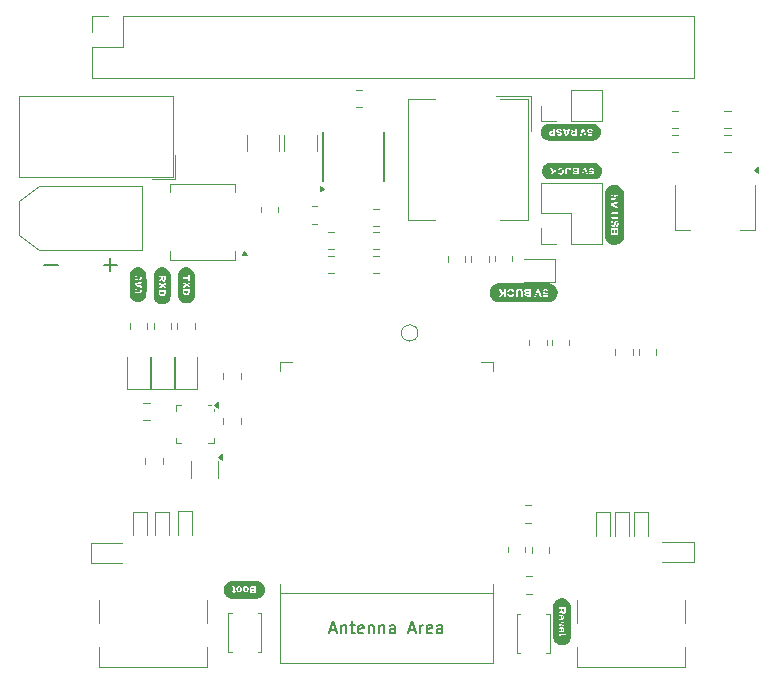
<source format=gbr>
%TF.GenerationSoftware,KiCad,Pcbnew,8.0.1-8.0.1-0~ubuntu20.04.1*%
%TF.CreationDate,2024-04-20T12:51:40-03:00*%
%TF.ProjectId,seebum_esp32s3,73656562-756d-45f6-9573-70333273332e,rev?*%
%TF.SameCoordinates,Original*%
%TF.FileFunction,Legend,Top*%
%TF.FilePolarity,Positive*%
%FSLAX46Y46*%
G04 Gerber Fmt 4.6, Leading zero omitted, Abs format (unit mm)*
G04 Created by KiCad (PCBNEW 8.0.1-8.0.1-0~ubuntu20.04.1) date 2024-04-20 12:51:40*
%MOMM*%
%LPD*%
G01*
G04 APERTURE LIST*
%ADD10C,0.150000*%
%ADD11C,0.000000*%
%ADD12C,0.120000*%
%ADD13C,0.100000*%
G04 APERTURE END LIST*
D10*
X145288094Y-111391604D02*
X145764284Y-111391604D01*
X145192856Y-111677319D02*
X145526189Y-110677319D01*
X145526189Y-110677319D02*
X145859522Y-111677319D01*
X146192856Y-111010652D02*
X146192856Y-111677319D01*
X146192856Y-111105890D02*
X146240475Y-111058271D01*
X146240475Y-111058271D02*
X146335713Y-111010652D01*
X146335713Y-111010652D02*
X146478570Y-111010652D01*
X146478570Y-111010652D02*
X146573808Y-111058271D01*
X146573808Y-111058271D02*
X146621427Y-111153509D01*
X146621427Y-111153509D02*
X146621427Y-111677319D01*
X146954761Y-111010652D02*
X147335713Y-111010652D01*
X147097618Y-110677319D02*
X147097618Y-111534461D01*
X147097618Y-111534461D02*
X147145237Y-111629700D01*
X147145237Y-111629700D02*
X147240475Y-111677319D01*
X147240475Y-111677319D02*
X147335713Y-111677319D01*
X148049999Y-111629700D02*
X147954761Y-111677319D01*
X147954761Y-111677319D02*
X147764285Y-111677319D01*
X147764285Y-111677319D02*
X147669047Y-111629700D01*
X147669047Y-111629700D02*
X147621428Y-111534461D01*
X147621428Y-111534461D02*
X147621428Y-111153509D01*
X147621428Y-111153509D02*
X147669047Y-111058271D01*
X147669047Y-111058271D02*
X147764285Y-111010652D01*
X147764285Y-111010652D02*
X147954761Y-111010652D01*
X147954761Y-111010652D02*
X148049999Y-111058271D01*
X148049999Y-111058271D02*
X148097618Y-111153509D01*
X148097618Y-111153509D02*
X148097618Y-111248747D01*
X148097618Y-111248747D02*
X147621428Y-111343985D01*
X148526190Y-111010652D02*
X148526190Y-111677319D01*
X148526190Y-111105890D02*
X148573809Y-111058271D01*
X148573809Y-111058271D02*
X148669047Y-111010652D01*
X148669047Y-111010652D02*
X148811904Y-111010652D01*
X148811904Y-111010652D02*
X148907142Y-111058271D01*
X148907142Y-111058271D02*
X148954761Y-111153509D01*
X148954761Y-111153509D02*
X148954761Y-111677319D01*
X149430952Y-111010652D02*
X149430952Y-111677319D01*
X149430952Y-111105890D02*
X149478571Y-111058271D01*
X149478571Y-111058271D02*
X149573809Y-111010652D01*
X149573809Y-111010652D02*
X149716666Y-111010652D01*
X149716666Y-111010652D02*
X149811904Y-111058271D01*
X149811904Y-111058271D02*
X149859523Y-111153509D01*
X149859523Y-111153509D02*
X149859523Y-111677319D01*
X150764285Y-111677319D02*
X150764285Y-111153509D01*
X150764285Y-111153509D02*
X150716666Y-111058271D01*
X150716666Y-111058271D02*
X150621428Y-111010652D01*
X150621428Y-111010652D02*
X150430952Y-111010652D01*
X150430952Y-111010652D02*
X150335714Y-111058271D01*
X150764285Y-111629700D02*
X150669047Y-111677319D01*
X150669047Y-111677319D02*
X150430952Y-111677319D01*
X150430952Y-111677319D02*
X150335714Y-111629700D01*
X150335714Y-111629700D02*
X150288095Y-111534461D01*
X150288095Y-111534461D02*
X150288095Y-111439223D01*
X150288095Y-111439223D02*
X150335714Y-111343985D01*
X150335714Y-111343985D02*
X150430952Y-111296366D01*
X150430952Y-111296366D02*
X150669047Y-111296366D01*
X150669047Y-111296366D02*
X150764285Y-111248747D01*
X151954762Y-111391604D02*
X152430952Y-111391604D01*
X151859524Y-111677319D02*
X152192857Y-110677319D01*
X152192857Y-110677319D02*
X152526190Y-111677319D01*
X152859524Y-111677319D02*
X152859524Y-111010652D01*
X152859524Y-111201128D02*
X152907143Y-111105890D01*
X152907143Y-111105890D02*
X152954762Y-111058271D01*
X152954762Y-111058271D02*
X153050000Y-111010652D01*
X153050000Y-111010652D02*
X153145238Y-111010652D01*
X153859524Y-111629700D02*
X153764286Y-111677319D01*
X153764286Y-111677319D02*
X153573810Y-111677319D01*
X153573810Y-111677319D02*
X153478572Y-111629700D01*
X153478572Y-111629700D02*
X153430953Y-111534461D01*
X153430953Y-111534461D02*
X153430953Y-111153509D01*
X153430953Y-111153509D02*
X153478572Y-111058271D01*
X153478572Y-111058271D02*
X153573810Y-111010652D01*
X153573810Y-111010652D02*
X153764286Y-111010652D01*
X153764286Y-111010652D02*
X153859524Y-111058271D01*
X153859524Y-111058271D02*
X153907143Y-111153509D01*
X153907143Y-111153509D02*
X153907143Y-111248747D01*
X153907143Y-111248747D02*
X153430953Y-111343985D01*
X154764286Y-111677319D02*
X154764286Y-111153509D01*
X154764286Y-111153509D02*
X154716667Y-111058271D01*
X154716667Y-111058271D02*
X154621429Y-111010652D01*
X154621429Y-111010652D02*
X154430953Y-111010652D01*
X154430953Y-111010652D02*
X154335715Y-111058271D01*
X154764286Y-111629700D02*
X154669048Y-111677319D01*
X154669048Y-111677319D02*
X154430953Y-111677319D01*
X154430953Y-111677319D02*
X154335715Y-111629700D01*
X154335715Y-111629700D02*
X154288096Y-111534461D01*
X154288096Y-111534461D02*
X154288096Y-111439223D01*
X154288096Y-111439223D02*
X154335715Y-111343985D01*
X154335715Y-111343985D02*
X154430953Y-111296366D01*
X154430953Y-111296366D02*
X154669048Y-111296366D01*
X154669048Y-111296366D02*
X154764286Y-111248747D01*
X126076071Y-80467200D02*
X127218929Y-80467200D01*
X126647500Y-81038628D02*
X126647500Y-79895771D01*
X121076071Y-80467200D02*
X122218929Y-80467200D01*
D11*
%TO.C,G\u002A\u002A\u002A*%
G36*
X139647038Y-108358840D02*
G01*
X139588107Y-108448568D01*
X139516290Y-108529552D01*
X139433460Y-108600216D01*
X139341491Y-108658984D01*
X139242257Y-108704281D01*
X139137630Y-108734529D01*
X139126903Y-108736674D01*
X139112866Y-108738268D01*
X139087994Y-108739678D01*
X139051721Y-108740905D01*
X139003481Y-108741954D01*
X138942708Y-108742828D01*
X138868835Y-108743531D01*
X138781296Y-108744066D01*
X138679526Y-108744437D01*
X138562956Y-108744648D01*
X138431023Y-108744701D01*
X138283158Y-108744602D01*
X138118797Y-108744353D01*
X137964905Y-108744024D01*
X136855026Y-108741382D01*
X136771676Y-108712499D01*
X136666228Y-108667220D01*
X136569750Y-108608205D01*
X136483580Y-108536871D01*
X136409056Y-108454635D01*
X136347516Y-108362914D01*
X136300299Y-108263126D01*
X136276051Y-108187572D01*
X136270774Y-108157927D01*
X136973472Y-108157927D01*
X137021728Y-108157927D01*
X137069983Y-108157927D01*
X137069983Y-108228117D01*
X137069983Y-108298307D01*
X137117300Y-108298307D01*
X137141084Y-108298080D01*
X137156601Y-108295257D01*
X137166503Y-108286630D01*
X137173444Y-108268989D01*
X137180076Y-108239124D01*
X137184392Y-108217150D01*
X137196035Y-108157927D01*
X137229520Y-108157927D01*
X137263006Y-108157927D01*
X137263006Y-108114059D01*
X137263006Y-108070190D01*
X137232297Y-108070190D01*
X137201589Y-108070190D01*
X137201589Y-107928942D01*
X137201587Y-107928792D01*
X137324615Y-107928792D01*
X137327254Y-107985452D01*
X137336583Y-108030240D01*
X137354147Y-108068057D01*
X137355753Y-108070190D01*
X137378785Y-108100771D01*
X137416841Y-108134178D01*
X137463298Y-108156212D01*
X137520597Y-108167754D01*
X137571194Y-108170057D01*
X137639052Y-108162996D01*
X137695831Y-108142484D01*
X137741224Y-108108760D01*
X137774923Y-108062062D01*
X137796620Y-108002629D01*
X137798553Y-107993934D01*
X137804638Y-107930414D01*
X137803309Y-107919658D01*
X137879125Y-107919658D01*
X137879756Y-107930414D01*
X137883020Y-107986048D01*
X137884589Y-107995141D01*
X137903398Y-108054317D01*
X137935208Y-108102050D01*
X137979176Y-108137678D01*
X138034457Y-108160541D01*
X138100210Y-108169979D01*
X138107906Y-108170167D01*
X138180272Y-108165094D01*
X138240511Y-108147575D01*
X138289100Y-108117379D01*
X138326514Y-108074272D01*
X138335851Y-108058374D01*
X138345205Y-108038103D01*
X138351055Y-108016532D01*
X138354159Y-107988806D01*
X138355276Y-107950069D01*
X138355337Y-107933503D01*
X138354983Y-107892279D01*
X138353258Y-107863668D01*
X138351508Y-107854712D01*
X138441216Y-107854712D01*
X138443049Y-107898502D01*
X138455097Y-107933503D01*
X138457087Y-107939283D01*
X138483252Y-107973627D01*
X138515458Y-107995431D01*
X138537306Y-108006683D01*
X138550549Y-108015197D01*
X138552409Y-108017538D01*
X138545513Y-108024593D01*
X138528880Y-108036488D01*
X138524221Y-108039482D01*
X138500491Y-108058876D01*
X138478373Y-108083725D01*
X138475522Y-108087737D01*
X138462614Y-108110860D01*
X138457593Y-108134411D01*
X138458399Y-108164872D01*
X138467819Y-108210537D01*
X138489367Y-108245903D01*
X138525524Y-108274817D01*
X138531637Y-108278422D01*
X138543245Y-108284623D01*
X138555217Y-108289360D01*
X138569994Y-108292831D01*
X138590018Y-108295236D01*
X138617729Y-108296773D01*
X138655569Y-108297640D01*
X138705979Y-108298037D01*
X138771400Y-108298161D01*
X138774284Y-108298163D01*
X138982660Y-108298307D01*
X138982660Y-108003958D01*
X138982660Y-107709608D01*
X138764843Y-107712231D01*
X138547026Y-107714853D01*
X138509716Y-107739561D01*
X138474473Y-107771814D01*
X138451665Y-107811340D01*
X138441216Y-107854712D01*
X138351508Y-107854712D01*
X138349170Y-107842742D01*
X138341727Y-107824571D01*
X138329937Y-107804226D01*
X138329016Y-107802741D01*
X138298245Y-107761441D01*
X138263381Y-107732315D01*
X138221328Y-107713971D01*
X138168994Y-107705016D01*
X138109395Y-107703864D01*
X138066205Y-107706032D01*
X138034501Y-107710493D01*
X138008255Y-107718452D01*
X137986562Y-107728442D01*
X137943115Y-107760217D01*
X137910105Y-107804303D01*
X137888464Y-107858263D01*
X137879125Y-107919658D01*
X137803309Y-107919658D01*
X137797142Y-107869742D01*
X137777315Y-107814663D01*
X137746407Y-107767926D01*
X137705666Y-107732277D01*
X137671786Y-107715323D01*
X137636270Y-107707158D01*
X137590841Y-107703582D01*
X137541329Y-107704345D01*
X137493569Y-107709197D01*
X137453391Y-107717890D01*
X137434094Y-107725487D01*
X137386659Y-107758740D01*
X137352886Y-107802064D01*
X137332366Y-107856217D01*
X137324690Y-107921959D01*
X137324615Y-107928792D01*
X137201587Y-107928792D01*
X137200944Y-107865380D01*
X137198577Y-107816839D01*
X137193837Y-107780823D01*
X137186077Y-107754839D01*
X137174646Y-107736393D01*
X137158896Y-107722989D01*
X137146131Y-107715847D01*
X137120064Y-107708061D01*
X137083686Y-107703277D01*
X137044038Y-107701892D01*
X137008163Y-107704303D01*
X136993213Y-107707222D01*
X136980440Y-107713587D01*
X136974697Y-107727101D01*
X136973472Y-107749816D01*
X136974321Y-107773317D01*
X136980045Y-107784829D01*
X136995413Y-107789911D01*
X137009629Y-107791969D01*
X137034828Y-107797302D01*
X137052927Y-107804592D01*
X137055691Y-107806699D01*
X137060084Y-107819833D01*
X137063795Y-107848704D01*
X137066658Y-107891508D01*
X137068437Y-107943384D01*
X137071278Y-108070190D01*
X137022375Y-108070190D01*
X136973472Y-108070190D01*
X136973472Y-108114059D01*
X136973472Y-108157927D01*
X136270774Y-108157927D01*
X136268871Y-108147239D01*
X136264189Y-108094168D01*
X136261953Y-108032982D01*
X136262113Y-107968304D01*
X136264616Y-107904758D01*
X136269412Y-107846966D01*
X136276449Y-107799552D01*
X136280535Y-107782103D01*
X136317563Y-107680556D01*
X136369786Y-107585211D01*
X136435417Y-107497855D01*
X136512668Y-107420277D01*
X136599751Y-107354264D01*
X136694878Y-107301603D01*
X136796262Y-107264084D01*
X136799444Y-107263194D01*
X136809033Y-107260627D01*
X136818930Y-107258322D01*
X136830077Y-107256263D01*
X136843416Y-107254439D01*
X136859888Y-107252834D01*
X136880433Y-107251436D01*
X136905994Y-107250231D01*
X136937512Y-107249206D01*
X136975928Y-107248347D01*
X137022183Y-107247640D01*
X137077220Y-107247072D01*
X137141979Y-107246630D01*
X137217401Y-107246299D01*
X137304429Y-107246067D01*
X137404003Y-107245919D01*
X137517065Y-107245843D01*
X137644556Y-107245824D01*
X137787418Y-107245850D01*
X137946592Y-107245906D01*
X137999824Y-107245928D01*
X139136201Y-107246398D01*
X139202004Y-107266066D01*
X139308325Y-107306763D01*
X139405938Y-107362158D01*
X139493659Y-107431100D01*
X139570305Y-107512436D01*
X139634695Y-107605013D01*
X139685645Y-107707679D01*
X139703024Y-107754335D01*
X139714971Y-107791590D01*
X139723273Y-107823655D01*
X139728771Y-107855833D01*
X139732302Y-107893426D01*
X139734706Y-107941736D01*
X139735308Y-107958398D01*
X139736475Y-108027511D01*
X139734152Y-108084882D01*
X139727525Y-108136109D01*
X139715780Y-108186792D01*
X139698105Y-108242530D01*
X139691209Y-108261944D01*
X139674633Y-108298307D01*
X139647038Y-108358840D01*
G37*
G36*
X138171723Y-107804893D02*
G01*
X138193206Y-107820333D01*
X138209907Y-107848696D01*
X138220385Y-107888296D01*
X138224348Y-107933853D01*
X138221502Y-107980089D01*
X138211556Y-108021725D01*
X138205197Y-108036558D01*
X138184852Y-108058893D01*
X138154290Y-108072238D01*
X138118548Y-108076270D01*
X138082666Y-108070667D01*
X138051682Y-108055109D01*
X138042632Y-108046939D01*
X138033252Y-108035542D01*
X138027222Y-108022743D01*
X138023812Y-108004553D01*
X138022293Y-107976985D01*
X138021935Y-107936050D01*
X138021935Y-107933734D01*
X138022307Y-107891748D01*
X138023854Y-107863469D01*
X138027220Y-107845064D01*
X138033048Y-107832699D01*
X138040351Y-107824143D01*
X138068684Y-107806466D01*
X138107296Y-107796860D01*
X138145878Y-107796425D01*
X138171723Y-107804893D01*
G37*
G36*
X137592787Y-107797919D02*
G01*
X137615555Y-107804484D01*
X137630971Y-107811035D01*
X137646475Y-107829719D01*
X137658138Y-107862404D01*
X137665058Y-107905790D01*
X137666598Y-107941391D01*
X137665483Y-107979077D01*
X137661296Y-108005284D01*
X137652772Y-108025987D01*
X137646590Y-108035991D01*
X137619797Y-108062055D01*
X137585989Y-108075474D01*
X137549454Y-108076791D01*
X137514479Y-108066550D01*
X137485354Y-108045292D01*
X137466365Y-108013561D01*
X137466230Y-108013161D01*
X137460117Y-107982818D01*
X137457854Y-107944382D01*
X137459180Y-107903842D01*
X137463837Y-107867187D01*
X137471565Y-107840403D01*
X137473902Y-107836022D01*
X137498787Y-107811700D01*
X137534101Y-107797521D01*
X137574969Y-107795051D01*
X137592787Y-107797919D01*
G37*
G36*
X138833506Y-107890328D02*
G01*
X138833506Y-107956131D01*
X138733326Y-107956131D01*
X138692066Y-107955696D01*
X138656522Y-107954517D01*
X138630820Y-107952781D01*
X138619692Y-107950968D01*
X138604974Y-107937059D01*
X138595432Y-107912621D01*
X138592801Y-107884334D01*
X138596901Y-107863256D01*
X138606984Y-107843103D01*
X138616905Y-107831418D01*
X138629393Y-107828798D01*
X138655523Y-107826643D01*
X138691393Y-107825185D01*
X138730415Y-107824659D01*
X138833506Y-107824525D01*
X138833506Y-107890328D01*
G37*
G36*
X138833506Y-108127219D02*
G01*
X138833506Y-108193022D01*
X138736995Y-108193022D01*
X138693526Y-108192666D01*
X138663956Y-108191225D01*
X138644648Y-108188138D01*
X138631962Y-108182846D01*
X138622937Y-108175475D01*
X138607870Y-108149218D01*
X138607243Y-108118846D01*
X138620818Y-108089862D01*
X138626925Y-108082952D01*
X138637777Y-108073292D01*
X138649717Y-108067049D01*
X138666659Y-108063483D01*
X138692521Y-108061854D01*
X138731217Y-108061424D01*
X138740983Y-108061416D01*
X138833506Y-108061416D01*
X138833506Y-108127219D01*
G37*
G36*
X164982188Y-108728553D02*
G01*
X165025674Y-108732965D01*
X165033349Y-108734323D01*
X165144738Y-108764841D01*
X165199179Y-108788852D01*
X165248097Y-108810427D01*
X165342318Y-108870025D01*
X165426296Y-108942580D01*
X165498923Y-109027036D01*
X165559093Y-109122337D01*
X165605698Y-109227428D01*
X165628617Y-109302137D01*
X165630921Y-109311554D01*
X165633009Y-109321498D01*
X165634891Y-109332832D01*
X165636579Y-109346422D01*
X165638082Y-109363132D01*
X165639413Y-109383827D01*
X165640580Y-109409373D01*
X165641595Y-109440634D01*
X165642469Y-109478475D01*
X165643211Y-109523761D01*
X165643833Y-109577356D01*
X165644346Y-109640125D01*
X165644759Y-109712935D01*
X165645084Y-109796648D01*
X165645330Y-109892130D01*
X165645510Y-110000247D01*
X165645633Y-110121862D01*
X165645709Y-110257840D01*
X165645750Y-110409048D01*
X165645766Y-110576348D01*
X165645768Y-110700000D01*
X165645763Y-110878761D01*
X165645740Y-111040840D01*
X165645689Y-111187100D01*
X165645599Y-111318408D01*
X165645459Y-111435628D01*
X165645260Y-111539625D01*
X165644989Y-111631263D01*
X165644638Y-111711408D01*
X165644194Y-111780924D01*
X165643648Y-111840676D01*
X165642988Y-111891530D01*
X165642205Y-111934349D01*
X165641288Y-111970000D01*
X165640225Y-111999346D01*
X165639007Y-112023252D01*
X165637623Y-112042584D01*
X165636061Y-112058206D01*
X165634313Y-112070983D01*
X165632366Y-112081780D01*
X165630211Y-112091462D01*
X165628617Y-112097863D01*
X165616073Y-112141304D01*
X165600315Y-112188291D01*
X165586261Y-112224914D01*
X165537083Y-112319807D01*
X165473445Y-112406785D01*
X165397210Y-112484361D01*
X165310246Y-112551046D01*
X165214419Y-112605354D01*
X165111595Y-112645796D01*
X165033349Y-112665676D01*
X164993352Y-112670673D01*
X164939252Y-112673047D01*
X164874315Y-112672677D01*
X164858398Y-112672198D01*
X164806016Y-112669964D01*
X164765878Y-112666844D01*
X164732684Y-112661999D01*
X164701130Y-112654591D01*
X164665914Y-112643781D01*
X164654335Y-112639915D01*
X164549146Y-112595629D01*
X164452919Y-112537435D01*
X164366989Y-112466718D01*
X164292690Y-112384866D01*
X164231359Y-112293267D01*
X164184330Y-112193308D01*
X164163550Y-112129958D01*
X164161155Y-112121098D01*
X164158981Y-112112061D01*
X164157019Y-112101999D01*
X164155257Y-112090060D01*
X164153686Y-112075394D01*
X164152295Y-112057151D01*
X164151072Y-112034481D01*
X164150009Y-112006534D01*
X164149095Y-111972459D01*
X164148318Y-111931406D01*
X164147669Y-111882525D01*
X164147652Y-111880652D01*
X164602017Y-111880652D01*
X164603820Y-111915776D01*
X164607222Y-111934905D01*
X164613582Y-111947673D01*
X164627083Y-111953417D01*
X164649850Y-111954646D01*
X164673412Y-111953741D01*
X164685090Y-111947965D01*
X164690545Y-111932722D01*
X164692755Y-111919828D01*
X164701453Y-111891848D01*
X164715234Y-111875959D01*
X164729995Y-111872609D01*
X164758479Y-111869819D01*
X164796867Y-111867844D01*
X164841336Y-111866939D01*
X164851168Y-111866908D01*
X164970190Y-111866908D01*
X164970190Y-111910777D01*
X164970190Y-111954646D01*
X165014059Y-111954646D01*
X165057927Y-111954646D01*
X165057927Y-111910777D01*
X165057927Y-111866908D01*
X165128555Y-111866908D01*
X165199183Y-111866908D01*
X165196552Y-111816459D01*
X165193920Y-111766010D01*
X165128117Y-111752420D01*
X165062314Y-111738831D01*
X165059591Y-111706358D01*
X165056868Y-111673886D01*
X165013529Y-111673886D01*
X164970190Y-111673886D01*
X164970190Y-111704594D01*
X164970190Y-111735302D01*
X164824987Y-111735302D01*
X164762518Y-111735820D01*
X164715023Y-111737785D01*
X164679948Y-111741814D01*
X164654741Y-111748521D01*
X164636848Y-111758524D01*
X164623716Y-111772438D01*
X164615427Y-111785861D01*
X164608189Y-111808994D01*
X164603596Y-111842824D01*
X164602017Y-111880652D01*
X164147652Y-111880652D01*
X164147138Y-111824966D01*
X164146713Y-111757879D01*
X164146384Y-111680412D01*
X164146141Y-111591717D01*
X164145973Y-111490943D01*
X164145887Y-111394649D01*
X164602886Y-111394649D01*
X164604404Y-111437939D01*
X164608541Y-111472886D01*
X164610607Y-111481895D01*
X164632844Y-111532780D01*
X164667458Y-111572656D01*
X164697940Y-111592729D01*
X164730636Y-111608030D01*
X164751295Y-111612734D01*
X164762650Y-111605095D01*
X164767438Y-111583367D01*
X164768394Y-111547763D01*
X164768142Y-111514595D01*
X164766391Y-111494944D01*
X164761643Y-111484781D01*
X164752404Y-111480075D01*
X164742450Y-111477868D01*
X164715869Y-111464008D01*
X164702968Y-111446499D01*
X164692640Y-111414171D01*
X164690044Y-111377151D01*
X164695135Y-111342938D01*
X164703737Y-111323961D01*
X164725283Y-111304135D01*
X164755957Y-111287919D01*
X164787347Y-111279476D01*
X164794433Y-111279067D01*
X164800604Y-111279728D01*
X164805157Y-111283252D01*
X164808339Y-111291952D01*
X164810395Y-111308138D01*
X164811569Y-111334125D01*
X164812108Y-111372222D01*
X164812257Y-111424743D01*
X164812262Y-111447037D01*
X164812262Y-111615007D01*
X164867098Y-111609856D01*
X164930099Y-111598665D01*
X164970190Y-111581579D01*
X164979829Y-111577471D01*
X165018217Y-111545036D01*
X165047196Y-111500121D01*
X165051011Y-111491870D01*
X165063661Y-111448817D01*
X165069527Y-111396451D01*
X165068341Y-111341748D01*
X165059839Y-111291685D01*
X165058767Y-111287856D01*
X165041371Y-111250982D01*
X165012940Y-111214309D01*
X164978334Y-111182791D01*
X164942411Y-111161384D01*
X164930708Y-111157274D01*
X164892001Y-111150556D01*
X164844350Y-111147923D01*
X164795381Y-111149340D01*
X164752722Y-111154771D01*
X164738704Y-111158185D01*
X164706342Y-111173964D01*
X164672203Y-111200312D01*
X164641457Y-111232248D01*
X164619274Y-111264791D01*
X164613217Y-111279067D01*
X164607375Y-111308777D01*
X164603904Y-111349450D01*
X164602886Y-111394649D01*
X164145887Y-111394649D01*
X164145871Y-111377239D01*
X164145823Y-111249756D01*
X164145818Y-111107642D01*
X164145848Y-110950049D01*
X164145879Y-110847969D01*
X164604083Y-110847969D01*
X164604389Y-110871088D01*
X164606064Y-110914391D01*
X164609228Y-110945176D01*
X164614829Y-110968464D01*
X164623816Y-110989274D01*
X164628235Y-110997435D01*
X164658594Y-111035847D01*
X164698269Y-111059446D01*
X164747556Y-111068399D01*
X164753935Y-111068497D01*
X164781573Y-111066864D01*
X164801499Y-111059634D01*
X164821757Y-111043310D01*
X164829623Y-111035596D01*
X164844350Y-111019531D01*
X164844399Y-111019478D01*
X164855559Y-111002805D01*
X164864804Y-110981548D01*
X164873838Y-110951680D01*
X164884363Y-110909173D01*
X164885990Y-110902250D01*
X164897829Y-110853591D01*
X164907594Y-110819591D01*
X164916594Y-110797692D01*
X164926136Y-110785334D01*
X164937527Y-110779957D01*
X164948978Y-110778963D01*
X164966624Y-110786546D01*
X164978680Y-110806233D01*
X164984960Y-110833434D01*
X164985278Y-110863560D01*
X164979448Y-110892020D01*
X164967284Y-110914225D01*
X164954836Y-110923617D01*
X164944545Y-110929807D01*
X164938605Y-110939950D01*
X164935848Y-110958335D01*
X164935105Y-110989246D01*
X164935095Y-110996001D01*
X164936582Y-111033213D01*
X164942325Y-111054387D01*
X164954246Y-111060875D01*
X164974267Y-111054032D01*
X164997407Y-111039867D01*
X165029113Y-111008839D01*
X165052041Y-110966284D01*
X165066201Y-110915863D01*
X165071598Y-110861239D01*
X165068240Y-110806073D01*
X165056136Y-110754029D01*
X165035292Y-110708769D01*
X165005716Y-110673955D01*
X164996644Y-110667098D01*
X164958437Y-110650936D01*
X164915636Y-110648351D01*
X164875218Y-110659731D01*
X164874090Y-110660305D01*
X164852249Y-110676043D01*
X164833605Y-110700231D01*
X164816875Y-110735356D01*
X164800776Y-110783905D01*
X164790314Y-110822768D01*
X164778100Y-110869199D01*
X164768123Y-110901124D01*
X164758940Y-110921191D01*
X164749108Y-110932051D01*
X164737184Y-110936354D01*
X164728146Y-110936891D01*
X164708116Y-110928994D01*
X164693381Y-110907836D01*
X164685135Y-110877218D01*
X164684572Y-110840941D01*
X164689499Y-110813802D01*
X164699893Y-110786932D01*
X164715369Y-110771792D01*
X164725130Y-110767276D01*
X164738757Y-110761203D01*
X164746452Y-110752901D01*
X164749908Y-110737816D01*
X164750817Y-110711396D01*
X164750846Y-110698076D01*
X164750846Y-110638584D01*
X164725198Y-110638584D01*
X164694033Y-110646842D01*
X164663367Y-110669804D01*
X164635768Y-110704747D01*
X164613804Y-110748949D01*
X164609418Y-110761359D01*
X164606543Y-110779439D01*
X164604687Y-110809994D01*
X164604083Y-110847969D01*
X164145879Y-110847969D01*
X164145900Y-110776126D01*
X164145928Y-110695789D01*
X164146043Y-110361203D01*
X164602828Y-110361203D01*
X164606675Y-110407549D01*
X164614417Y-110444239D01*
X164615194Y-110446527D01*
X164637002Y-110488842D01*
X164668212Y-110523856D01*
X164705043Y-110548410D01*
X164725198Y-110554108D01*
X164743709Y-110559342D01*
X164750564Y-110559620D01*
X164759776Y-110558092D01*
X164765129Y-110551046D01*
X164767652Y-110534792D01*
X164768374Y-110505636D01*
X164768394Y-110495631D01*
X164768394Y-110431642D01*
X164740006Y-110423248D01*
X164712815Y-110407884D01*
X164696287Y-110380316D01*
X164689733Y-110339275D01*
X164689559Y-110330492D01*
X164696292Y-110288475D01*
X164716625Y-110257421D01*
X164750307Y-110237683D01*
X164757826Y-110235342D01*
X164776493Y-110230111D01*
X164790328Y-110227653D01*
X164800052Y-110230058D01*
X164806386Y-110239416D01*
X164810053Y-110257814D01*
X164811773Y-110287343D01*
X164812270Y-110330090D01*
X164812263Y-110388144D01*
X164812262Y-110392919D01*
X164812262Y-110559620D01*
X164850350Y-110559620D01*
X164915476Y-110552325D01*
X164970423Y-110531054D01*
X165014287Y-110496724D01*
X165046163Y-110450256D01*
X165065147Y-110392567D01*
X165070471Y-110335889D01*
X165064383Y-110265348D01*
X165045596Y-110206838D01*
X165014244Y-110160509D01*
X164970458Y-110126508D01*
X164914373Y-110104984D01*
X164856131Y-110096551D01*
X164784405Y-110098346D01*
X164724529Y-110112980D01*
X164676232Y-110140604D01*
X164639241Y-110181370D01*
X164614784Y-110231112D01*
X164606869Y-110266296D01*
X164602888Y-110311889D01*
X164602828Y-110361203D01*
X164146043Y-110361203D01*
X164146183Y-109953821D01*
X164610466Y-109953821D01*
X164611139Y-109988626D01*
X164612941Y-110015563D01*
X164615549Y-110030756D01*
X164617047Y-110032739D01*
X164626870Y-110028806D01*
X164649279Y-110018330D01*
X164681244Y-110002768D01*
X164719736Y-109983582D01*
X164732468Y-109977152D01*
X164841309Y-109922022D01*
X164856131Y-109937320D01*
X164881622Y-109963630D01*
X164918282Y-109995534D01*
X164954112Y-110013593D01*
X164961325Y-110015734D01*
X165015786Y-110022303D01*
X165069220Y-110014327D01*
X165117674Y-109993171D01*
X165157196Y-109960199D01*
X165169783Y-109943758D01*
X165193920Y-109907310D01*
X165196550Y-109693880D01*
X165199179Y-109480449D01*
X164904823Y-109480449D01*
X164610466Y-109480449D01*
X164610466Y-109555026D01*
X164610466Y-109629603D01*
X164715751Y-109629603D01*
X164821036Y-109629603D01*
X164821036Y-109702802D01*
X164821036Y-109776001D01*
X164715751Y-109825224D01*
X164610466Y-109874446D01*
X164610466Y-109953821D01*
X164146183Y-109953821D01*
X164146398Y-109326908D01*
X164166066Y-109261105D01*
X164206763Y-109154784D01*
X164262158Y-109057171D01*
X164331100Y-108969450D01*
X164412436Y-108892804D01*
X164505013Y-108828414D01*
X164607679Y-108777464D01*
X164654335Y-108760085D01*
X164691590Y-108748138D01*
X164723655Y-108739836D01*
X164755833Y-108734338D01*
X164793426Y-108730807D01*
X164841736Y-108728403D01*
X164858398Y-108727801D01*
X164925341Y-108726791D01*
X164982188Y-108728553D01*
G37*
G36*
X164910967Y-110235449D02*
G01*
X164946728Y-110253203D01*
X164969373Y-110282554D01*
X164978710Y-110323226D01*
X164978964Y-110332390D01*
X164972823Y-110372237D01*
X164955409Y-110400989D01*
X164928228Y-110416769D01*
X164909172Y-110419240D01*
X164882452Y-110419240D01*
X164882452Y-110323341D01*
X164882452Y-110227442D01*
X164910967Y-110235449D01*
G37*
G36*
X164902193Y-111283414D02*
G01*
X164939954Y-111298348D01*
X164963739Y-111319832D01*
X164975931Y-111351161D01*
X164978964Y-111389551D01*
X164972376Y-111427065D01*
X164954101Y-111454754D01*
X164926371Y-111469976D01*
X164909172Y-111472090D01*
X164882452Y-111472090D01*
X164882452Y-111374987D01*
X164882567Y-111332735D01*
X164883323Y-111305161D01*
X164885340Y-111289393D01*
X164889235Y-111282563D01*
X164895628Y-111281800D01*
X164902193Y-111283414D01*
G37*
G36*
X165093022Y-109725624D02*
G01*
X165092734Y-109768518D01*
X165091407Y-109797804D01*
X165088351Y-109817419D01*
X165082875Y-109831299D01*
X165074288Y-109843380D01*
X165071848Y-109846264D01*
X165044965Y-109865276D01*
X165011384Y-109872380D01*
X164977492Y-109867329D01*
X164950693Y-109850919D01*
X164941928Y-109840628D01*
X164935976Y-109828108D01*
X164932145Y-109809716D01*
X164929743Y-109781813D01*
X164928076Y-109740757D01*
X164927760Y-109730280D01*
X164924811Y-109629603D01*
X165008917Y-109629603D01*
X165093022Y-109629603D01*
X165093022Y-109725624D01*
G37*
D12*
%TO.C,R201*%
X160312500Y-104812064D02*
X160312500Y-104357936D01*
X161782500Y-104812064D02*
X161782500Y-104357936D01*
%TO.C,C203*%
X161748748Y-100850000D02*
X162271252Y-100850000D01*
X161748748Y-102320000D02*
X162271252Y-102320000D01*
%TO.C,D201*%
X128087500Y-88290000D02*
X128087500Y-90975000D01*
X128087500Y-90975000D02*
X130007500Y-90975000D01*
X130007500Y-90975000D02*
X130007500Y-88290000D01*
%TO.C,R103*%
X164012500Y-87267064D02*
X164012500Y-86812936D01*
X165482500Y-87267064D02*
X165482500Y-86812936D01*
%TO.C,C209*%
X129612500Y-97376252D02*
X129612500Y-96853748D01*
X131082500Y-97376252D02*
X131082500Y-96853748D01*
%TO.C,R211*%
X169412500Y-87625436D02*
X169412500Y-88079564D01*
X170882500Y-87625436D02*
X170882500Y-88079564D01*
%TO.C,R304*%
X148920436Y-79717500D02*
X149374564Y-79717500D01*
X148920436Y-81187500D02*
X149374564Y-81187500D01*
%TO.C,L301*%
X151812500Y-66405000D02*
X151812500Y-76725000D01*
X154172500Y-66405000D02*
X151812500Y-66405000D01*
X154172500Y-76725000D02*
X151812500Y-76725000D01*
X159272500Y-66165000D02*
X162272500Y-66165000D01*
X162032500Y-66405000D02*
X159672500Y-66405000D01*
X162032500Y-66405000D02*
X162032500Y-76725000D01*
X162032500Y-76725000D02*
X159672500Y-76725000D01*
X162272500Y-66165000D02*
X162272500Y-69165000D01*
%TO.C,J401*%
X125137500Y-59455000D02*
X126467500Y-59455000D01*
X125137500Y-60785000D02*
X125137500Y-59455000D01*
X125137500Y-62055000D02*
X127737500Y-62055000D01*
X125137500Y-64655000D02*
X125137500Y-62055000D01*
X125137500Y-64655000D02*
X176057500Y-64655000D01*
X127737500Y-59455000D02*
X176057500Y-59455000D01*
X127737500Y-62055000D02*
X127737500Y-59455000D01*
X176057500Y-64655000D02*
X176057500Y-59455000D01*
%TO.C,Q101*%
X131687500Y-73615000D02*
X131687500Y-74360000D01*
X131687500Y-80035000D02*
X131687500Y-79290000D01*
X134447500Y-73615000D02*
X131687500Y-73615000D01*
X134447500Y-73615000D02*
X137207500Y-73615000D01*
X134447500Y-80035000D02*
X131687500Y-80035000D01*
X134447500Y-80035000D02*
X137207500Y-80035000D01*
X137207500Y-73615000D02*
X137207500Y-74360000D01*
X137207500Y-80035000D02*
X137207500Y-79290000D01*
X138237500Y-79620000D02*
X137757500Y-79620000D01*
X137997500Y-79290000D01*
X138237500Y-79620000D01*
G36*
X138237500Y-79620000D02*
G01*
X137757500Y-79620000D01*
X137997500Y-79290000D01*
X138237500Y-79620000D01*
G37*
%TO.C,D210*%
X176057500Y-103967944D02*
X173397500Y-103967944D01*
X176057500Y-105667944D02*
X173397500Y-105667944D01*
X176057500Y-105667944D02*
X176057500Y-103967944D01*
%TO.C,Q201*%
X133487500Y-97115000D02*
X133487500Y-98515000D01*
X135807500Y-97105000D02*
X135807500Y-98515000D01*
X136087500Y-96975000D02*
X135757500Y-96735000D01*
X136087500Y-96495000D01*
X136087500Y-96975000D01*
G36*
X136087500Y-96975000D02*
G01*
X135757500Y-96735000D01*
X136087500Y-96495000D01*
X136087500Y-96975000D01*
G37*
D11*
%TO.C,G\u002A\u002A\u002A*%
G36*
X166160508Y-72672272D02*
G01*
X166160508Y-72734223D01*
X166071484Y-72734223D01*
X166022689Y-72733240D01*
X165988071Y-72729615D01*
X165965369Y-72722336D01*
X165952319Y-72710390D01*
X165946659Y-72692765D01*
X165945870Y-72677999D01*
X165948301Y-72652173D01*
X165956810Y-72633678D01*
X165973593Y-72621384D01*
X166000846Y-72614161D01*
X166040765Y-72610879D01*
X166077363Y-72610321D01*
X166160508Y-72610321D01*
X166160508Y-72672272D01*
G37*
G36*
X166160508Y-72449248D02*
G01*
X166160508Y-72511199D01*
X166057724Y-72511199D01*
X166014705Y-72511021D01*
X165985144Y-72510163D01*
X165965981Y-72508139D01*
X165954155Y-72504463D01*
X165946606Y-72498650D01*
X165942082Y-72492841D01*
X165932519Y-72470779D01*
X165929223Y-72449248D01*
X165933508Y-72424364D01*
X165942082Y-72405655D01*
X165948445Y-72397993D01*
X165956872Y-72392821D01*
X165970424Y-72389651D01*
X165992161Y-72387999D01*
X166025144Y-72387378D01*
X166057724Y-72387296D01*
X166160508Y-72387296D01*
X166160508Y-72449248D01*
G37*
G36*
X168278756Y-72452164D02*
G01*
X168281019Y-72497646D01*
X168281586Y-72513333D01*
X168282685Y-72578401D01*
X168280497Y-72632413D01*
X168274258Y-72680641D01*
X168263201Y-72728358D01*
X168246560Y-72780833D01*
X168240069Y-72799111D01*
X168224093Y-72834153D01*
X168198504Y-72890280D01*
X168143044Y-72974728D01*
X168075463Y-73050962D01*
X167997537Y-73117487D01*
X167911042Y-73172810D01*
X167817752Y-73215438D01*
X167719445Y-73243877D01*
X167708795Y-73246000D01*
X167698093Y-73247097D01*
X167677711Y-73248103D01*
X167647245Y-73249019D01*
X167606294Y-73249846D01*
X167554452Y-73250586D01*
X167491318Y-73251240D01*
X167416487Y-73251810D01*
X167329558Y-73252297D01*
X167230126Y-73252702D01*
X167117788Y-73253028D01*
X166992141Y-73253274D01*
X166852783Y-73253443D01*
X166699309Y-73253536D01*
X166531316Y-73253554D01*
X166348403Y-73253499D01*
X166150164Y-73253372D01*
X165936197Y-73253175D01*
X165714459Y-73252920D01*
X165500567Y-73252672D01*
X165302552Y-73252470D01*
X165119768Y-73252294D01*
X164951573Y-73252123D01*
X164797322Y-73251938D01*
X164656371Y-73251716D01*
X164528077Y-73251439D01*
X164411794Y-73251085D01*
X164306880Y-73250634D01*
X164212690Y-73250065D01*
X164128580Y-73249358D01*
X164053907Y-73248493D01*
X163988025Y-73247449D01*
X163930292Y-73246205D01*
X163880063Y-73244741D01*
X163836694Y-73243037D01*
X163799542Y-73241072D01*
X163767961Y-73238825D01*
X163741309Y-73236276D01*
X163718941Y-73233405D01*
X163700213Y-73230191D01*
X163684482Y-73226614D01*
X163671103Y-73222653D01*
X163659432Y-73218287D01*
X163648825Y-73213496D01*
X163638638Y-73208261D01*
X163628228Y-73202559D01*
X163616949Y-73196371D01*
X163604159Y-73189676D01*
X163595727Y-73185520D01*
X163502304Y-73131751D01*
X163419500Y-73065668D01*
X163348091Y-72988224D01*
X163288855Y-72900374D01*
X163242569Y-72803073D01*
X163215149Y-72718154D01*
X163208584Y-72680829D01*
X163204430Y-72631643D01*
X163202630Y-72575072D01*
X163203125Y-72515589D01*
X163205859Y-72457669D01*
X163210773Y-72405787D01*
X163217811Y-72364418D01*
X163219793Y-72356610D01*
X163244904Y-72286429D01*
X163873716Y-72286429D01*
X163878837Y-72295151D01*
X163891621Y-72315686D01*
X163910763Y-72345972D01*
X163934957Y-72383948D01*
X163962898Y-72427552D01*
X163978665Y-72452064D01*
X164080757Y-72610566D01*
X163999777Y-72699240D01*
X163968979Y-72732975D01*
X163940481Y-72764213D01*
X163916959Y-72790016D01*
X163901092Y-72807448D01*
X163898204Y-72810630D01*
X163877612Y-72833345D01*
X163961089Y-72833345D01*
X164044567Y-72833345D01*
X164153569Y-72711508D01*
X164187367Y-72673993D01*
X164217645Y-72640880D01*
X164242611Y-72614092D01*
X164260470Y-72595549D01*
X164269428Y-72587173D01*
X164269881Y-72586917D01*
X164272426Y-72593711D01*
X164274581Y-72614296D01*
X164276183Y-72645946D01*
X164277068Y-72685933D01*
X164277191Y-72708754D01*
X164277191Y-72833345D01*
X164347402Y-72833345D01*
X164417613Y-72833345D01*
X164417613Y-72556630D01*
X164417613Y-72486418D01*
X164519203Y-72486418D01*
X164583266Y-72486418D01*
X164647330Y-72486418D01*
X164658439Y-72451560D01*
X164677424Y-72416026D01*
X164698459Y-72397164D01*
X164716342Y-72386703D01*
X164734412Y-72381228D01*
X164758412Y-72379656D01*
X164786733Y-72380531D01*
X164820491Y-72383144D01*
X164842943Y-72387953D01*
X164859286Y-72396451D01*
X164868334Y-72403951D01*
X164888154Y-72426218D01*
X164901480Y-72452197D01*
X164909355Y-72485460D01*
X164912819Y-72529578D01*
X164913223Y-72557887D01*
X164910207Y-72617289D01*
X164900465Y-72662893D01*
X164882954Y-72696411D01*
X164856632Y-72719558D01*
X164820459Y-72734045D01*
X164803898Y-72737638D01*
X164761694Y-72738569D01*
X164722633Y-72727379D01*
X164690202Y-72706082D01*
X164667885Y-72676692D01*
X164660570Y-72654826D01*
X164655320Y-72626841D01*
X164587337Y-72626841D01*
X164519354Y-72626841D01*
X164525174Y-72661947D01*
X164540847Y-72718200D01*
X164567916Y-72763106D01*
X164607521Y-72798268D01*
X164632308Y-72812660D01*
X164687499Y-72833345D01*
X164691933Y-72835007D01*
X164755986Y-72845303D01*
X164820931Y-72843910D01*
X164872688Y-72833345D01*
X165169288Y-72833345D01*
X165234585Y-72833345D01*
X165299882Y-72833345D01*
X165302900Y-72645427D01*
X165304069Y-72582833D01*
X165305434Y-72534516D01*
X165307177Y-72498235D01*
X165309480Y-72471747D01*
X165312525Y-72452810D01*
X165316495Y-72439180D01*
X165320345Y-72430802D01*
X165344549Y-72401740D01*
X165379619Y-72384581D01*
X165425353Y-72379036D01*
X165455439Y-72381549D01*
X165482761Y-72387899D01*
X165491705Y-72391566D01*
X165506404Y-72400176D01*
X165517864Y-72410349D01*
X165526485Y-72424121D01*
X165532665Y-72443532D01*
X165536805Y-72470618D01*
X165539303Y-72507417D01*
X165540560Y-72555967D01*
X165540975Y-72618306D01*
X165540996Y-72642951D01*
X165540996Y-72833345D01*
X165611722Y-72833345D01*
X165682449Y-72833345D01*
X165679869Y-72624776D01*
X165679044Y-72560774D01*
X165678202Y-72511054D01*
X165677119Y-72473381D01*
X165675573Y-72445518D01*
X165673342Y-72425229D01*
X165670204Y-72410278D01*
X165667655Y-72403203D01*
X165791212Y-72403203D01*
X165791308Y-72455251D01*
X165803427Y-72496082D01*
X165828329Y-72527452D01*
X165861207Y-72548370D01*
X165881681Y-72559202D01*
X165894147Y-72567709D01*
X165895883Y-72570083D01*
X165889308Y-72576419D01*
X165872881Y-72584911D01*
X165870869Y-72585761D01*
X165840708Y-72606545D01*
X165819040Y-72637890D01*
X165806951Y-72675588D01*
X165805530Y-72715430D01*
X165815865Y-72753208D01*
X165823906Y-72767348D01*
X165836538Y-72785464D01*
X165848297Y-72799650D01*
X165861324Y-72810413D01*
X165877761Y-72818261D01*
X165899751Y-72823703D01*
X165929434Y-72827248D01*
X165968953Y-72829402D01*
X166020450Y-72830676D01*
X166086067Y-72831577D01*
X166095011Y-72831684D01*
X166233541Y-72833345D01*
X166300930Y-72834153D01*
X166300930Y-72826283D01*
X166543026Y-72826283D01*
X166547684Y-72830461D01*
X166560951Y-72832299D01*
X166585763Y-72832341D01*
X166610994Y-72831611D01*
X166682836Y-72829215D01*
X166746695Y-72631389D01*
X166764512Y-72577201D01*
X166781169Y-72528426D01*
X166795881Y-72487218D01*
X166807862Y-72455728D01*
X166816327Y-72436107D01*
X166820068Y-72430392D01*
X166828715Y-72433678D01*
X166829581Y-72437777D01*
X166832033Y-72448293D01*
X166838923Y-72472231D01*
X166849552Y-72507309D01*
X166863222Y-72551247D01*
X166879234Y-72601764D01*
X166891791Y-72640839D01*
X166954002Y-72833345D01*
X167027639Y-72833345D01*
X167101276Y-72833345D01*
X167086125Y-72789979D01*
X167078599Y-72768666D01*
X167066914Y-72735857D01*
X167051922Y-72693923D01*
X167034476Y-72645237D01*
X167015430Y-72592168D01*
X166995635Y-72537087D01*
X166975945Y-72482365D01*
X166968477Y-72461638D01*
X167165965Y-72461638D01*
X167173083Y-72518407D01*
X167193231Y-72566002D01*
X167225010Y-72603152D01*
X167267018Y-72628586D01*
X167317855Y-72641034D01*
X167363497Y-72640834D01*
X167394335Y-72635458D01*
X167422971Y-72626926D01*
X167432411Y-72622795D01*
X167450099Y-72614499D01*
X167459904Y-72611530D01*
X167460445Y-72611777D01*
X167460813Y-72620736D01*
X167460288Y-72641665D01*
X167458981Y-72670043D01*
X167458972Y-72670207D01*
X167455944Y-72725963D01*
X167328616Y-72725963D01*
X167201288Y-72725963D01*
X167201288Y-72779654D01*
X167201288Y-72833345D01*
X167377607Y-72833345D01*
X167553926Y-72833345D01*
X167564530Y-72684355D01*
X167567710Y-72636531D01*
X167570071Y-72594634D01*
X167571495Y-72561347D01*
X167571866Y-72539356D01*
X167571169Y-72531399D01*
X167561456Y-72528327D01*
X167540352Y-72524432D01*
X167518737Y-72521379D01*
X167490183Y-72518630D01*
X167472192Y-72519953D01*
X167459105Y-72526315D01*
X167451305Y-72532903D01*
X167419862Y-72551925D01*
X167383985Y-72557961D01*
X167348499Y-72551250D01*
X167318227Y-72532031D01*
X167312639Y-72526021D01*
X167297580Y-72497450D01*
X167292276Y-72462966D01*
X167296073Y-72427548D01*
X167308318Y-72396177D01*
X167328355Y-72373836D01*
X167332993Y-72371021D01*
X167350388Y-72366033D01*
X167376622Y-72362973D01*
X167391104Y-72362516D01*
X167430453Y-72368819D01*
X167459144Y-72387358D01*
X167476436Y-72417579D01*
X167479200Y-72428386D01*
X167482463Y-72441528D01*
X167488288Y-72449000D01*
X167500633Y-72452401D01*
X167523458Y-72453336D01*
X167540987Y-72453378D01*
X167570849Y-72453101D01*
X167587828Y-72451326D01*
X167595560Y-72446631D01*
X167597682Y-72437597D01*
X167597776Y-72431205D01*
X167591898Y-72400994D01*
X167576596Y-72366996D01*
X167555369Y-72335715D01*
X167536295Y-72316884D01*
X167497558Y-72293396D01*
X167453251Y-72279101D01*
X167399230Y-72272826D01*
X167378882Y-72272317D01*
X167339289Y-72273238D01*
X167309472Y-72277489D01*
X167282828Y-72286236D01*
X167271500Y-72291292D01*
X167224442Y-72321034D01*
X167191340Y-72359490D01*
X167171938Y-72407072D01*
X167165965Y-72461638D01*
X166968477Y-72461638D01*
X166957213Y-72430373D01*
X166940290Y-72383482D01*
X166926031Y-72344063D01*
X166915287Y-72314487D01*
X166908912Y-72297124D01*
X166907762Y-72294092D01*
X166903312Y-72287368D01*
X166894308Y-72283241D01*
X166877587Y-72281268D01*
X166849986Y-72281007D01*
X166819102Y-72281701D01*
X166736263Y-72284044D01*
X166642596Y-72544240D01*
X166620059Y-72606878D01*
X166599180Y-72664977D01*
X166580652Y-72716599D01*
X166565171Y-72759808D01*
X166553429Y-72792666D01*
X166546122Y-72813237D01*
X166544040Y-72819221D01*
X166543026Y-72826283D01*
X166300930Y-72826283D01*
X166300930Y-72557034D01*
X166300930Y-72279914D01*
X166104752Y-72280096D01*
X166041261Y-72280284D01*
X165991986Y-72280820D01*
X165954623Y-72281858D01*
X165926868Y-72283552D01*
X165906418Y-72286055D01*
X165890969Y-72289522D01*
X165878217Y-72294106D01*
X165875190Y-72295441D01*
X165833654Y-72322288D01*
X165805492Y-72358531D01*
X165791212Y-72403203D01*
X165667655Y-72403203D01*
X165665935Y-72398428D01*
X165660314Y-72387443D01*
X165655429Y-72379026D01*
X165634733Y-72347420D01*
X165613422Y-72324985D01*
X165586179Y-72307216D01*
X165552039Y-72291426D01*
X165528522Y-72282299D01*
X165507303Y-72276591D01*
X165483609Y-72273700D01*
X165452665Y-72273022D01*
X165412963Y-72273857D01*
X165370436Y-72275593D01*
X165339833Y-72278396D01*
X165316558Y-72283119D01*
X165296015Y-72290614D01*
X165279571Y-72298602D01*
X165234411Y-72329335D01*
X165199802Y-72368067D01*
X165178717Y-72411435D01*
X165175378Y-72431645D01*
X165172708Y-72466946D01*
X165170766Y-72515920D01*
X165169842Y-72564805D01*
X165169609Y-72577151D01*
X165169288Y-72638125D01*
X165169288Y-72833345D01*
X164872688Y-72833345D01*
X164883231Y-72831193D01*
X164939349Y-72807516D01*
X164982140Y-72776680D01*
X165013506Y-72737422D01*
X165037493Y-72686594D01*
X165053162Y-72627840D01*
X165059573Y-72564805D01*
X165055785Y-72501131D01*
X165054812Y-72494886D01*
X165038806Y-72429256D01*
X165013969Y-72376583D01*
X164979064Y-72335152D01*
X164932854Y-72303249D01*
X164908158Y-72291594D01*
X164884501Y-72282397D01*
X164863260Y-72276641D01*
X164839648Y-72273717D01*
X164808881Y-72273017D01*
X164768670Y-72273857D01*
X164726017Y-72275609D01*
X164695332Y-72278438D01*
X164672068Y-72283178D01*
X164651676Y-72290663D01*
X164636508Y-72298068D01*
X164587404Y-72330599D01*
X164552794Y-72370067D01*
X164531596Y-72417900D01*
X164525875Y-72444208D01*
X164519203Y-72486418D01*
X164417613Y-72486418D01*
X164417613Y-72279914D01*
X164347402Y-72279914D01*
X164277191Y-72279914D01*
X164276999Y-72352191D01*
X164276806Y-72424467D01*
X164227017Y-72468790D01*
X164203309Y-72488656D01*
X164184165Y-72502404D01*
X164172837Y-72507772D01*
X164171453Y-72507416D01*
X164165358Y-72498697D01*
X164152362Y-72478413D01*
X164134086Y-72449152D01*
X164112155Y-72413500D01*
X164099595Y-72392882D01*
X164033511Y-72284044D01*
X163952185Y-72281671D01*
X163918209Y-72281338D01*
X163891802Y-72282345D01*
X163876319Y-72284486D01*
X163873716Y-72286429D01*
X163244904Y-72286429D01*
X163256596Y-72253752D01*
X163307267Y-72159330D01*
X163370926Y-72074381D01*
X163446692Y-71999941D01*
X163533685Y-71937047D01*
X163611241Y-71895525D01*
X163623127Y-71889815D01*
X163633538Y-71884526D01*
X163643108Y-71879639D01*
X163652475Y-71875141D01*
X163662274Y-71871015D01*
X163673141Y-71867245D01*
X163685714Y-71863816D01*
X163700628Y-71860711D01*
X163718519Y-71857915D01*
X163740025Y-71855413D01*
X163765780Y-71853187D01*
X163796421Y-71851224D01*
X163832586Y-71849506D01*
X163874909Y-71848018D01*
X163924027Y-71846744D01*
X163980576Y-71845669D01*
X164045193Y-71844776D01*
X164118514Y-71844050D01*
X164201175Y-71843475D01*
X164293812Y-71843035D01*
X164397063Y-71842714D01*
X164511562Y-71842497D01*
X164637946Y-71842368D01*
X164776852Y-71842311D01*
X164928915Y-71842310D01*
X165094772Y-71842350D01*
X165275060Y-71842414D01*
X165470414Y-71842487D01*
X165681471Y-71842553D01*
X165744562Y-71842568D01*
X167717548Y-71843011D01*
X167779500Y-71861528D01*
X167879597Y-71899842D01*
X167971496Y-71951995D01*
X168054082Y-72016901D01*
X168126242Y-72093476D01*
X168186862Y-72180634D01*
X168234830Y-72277290D01*
X168251192Y-72321215D01*
X168262439Y-72356289D01*
X168270256Y-72386478D01*
X168275431Y-72416772D01*
X168276787Y-72431205D01*
X168278756Y-72452164D01*
G37*
D12*
%TO.C,R212*%
X171412500Y-88079564D02*
X171412500Y-87625436D01*
X172882500Y-88079564D02*
X172882500Y-87625436D01*
%TO.C,R206*%
X132312500Y-85425436D02*
X132312500Y-85879564D01*
X133782500Y-85425436D02*
X133782500Y-85879564D01*
%TO.C,U203*%
X174437500Y-73752500D02*
X174437500Y-77512500D01*
X174437500Y-77512500D02*
X175697500Y-77512500D01*
X181257500Y-73752500D02*
X181257500Y-77512500D01*
X181257500Y-77512500D02*
X179997500Y-77512500D01*
X181487500Y-72712500D02*
X181157500Y-72472500D01*
X181487500Y-72232500D01*
X181487500Y-72712500D01*
G36*
X181487500Y-72712500D02*
G01*
X181157500Y-72472500D01*
X181487500Y-72232500D01*
X181487500Y-72712500D01*
G37*
%TO.C,R101*%
X139412500Y-75585436D02*
X139412500Y-76039564D01*
X140882500Y-75585436D02*
X140882500Y-76039564D01*
%TO.C,U202*%
X132187500Y-92367500D02*
X132662500Y-92367500D01*
X132187500Y-92842500D02*
X132187500Y-92367500D01*
X132187500Y-95112500D02*
X132187500Y-95587500D01*
X132187500Y-95587500D02*
X132662500Y-95587500D01*
X134932500Y-92367500D02*
X135167500Y-92367500D01*
X135407500Y-92842500D02*
X135407500Y-92667500D01*
X135407500Y-95112500D02*
X135407500Y-95587500D01*
X135407500Y-95587500D02*
X134932500Y-95587500D01*
X135737500Y-92607500D02*
X135407500Y-92367500D01*
X135737500Y-92127500D01*
X135737500Y-92607500D01*
G36*
X135737500Y-92607500D02*
G01*
X135407500Y-92367500D01*
X135737500Y-92127500D01*
X135737500Y-92607500D01*
G37*
%TO.C,D209*%
X170947500Y-103415000D02*
X170947500Y-101455000D01*
X172147500Y-101455000D02*
X170947500Y-101455000D01*
X172147500Y-103415000D02*
X172147500Y-101455000D01*
%TO.C,D211*%
X169347500Y-103415000D02*
X169347500Y-101455000D01*
X170547500Y-101455000D02*
X169347500Y-101455000D01*
X170547500Y-103415000D02*
X170547500Y-101455000D01*
%TO.C,R305*%
X159212500Y-79725436D02*
X159212500Y-80179564D01*
X160682500Y-79725436D02*
X160682500Y-80179564D01*
%TO.C,C206*%
X178648748Y-67467500D02*
X179171252Y-67467500D01*
X178648748Y-68937500D02*
X179171252Y-68937500D01*
D13*
%TO.C,SW101*%
X132147500Y-71225000D02*
X132147500Y-73225000D01*
X132147500Y-73225000D02*
X130147500Y-73225000D01*
X131947500Y-73025000D02*
X118947500Y-73025000D01*
X118947500Y-66225000D01*
X131947500Y-66225000D01*
X131947500Y-73025000D01*
D12*
%TO.C,J102*%
X163077500Y-73522500D02*
X168277500Y-73522500D01*
X163077500Y-76122500D02*
X163077500Y-73522500D01*
X163077500Y-78722500D02*
X163077500Y-77392500D01*
X164407500Y-78722500D02*
X163077500Y-78722500D01*
X165677500Y-76122500D02*
X163077500Y-76122500D01*
X165677500Y-78722500D02*
X165677500Y-76122500D01*
X165677500Y-78722500D02*
X168277500Y-78722500D01*
X168277500Y-78722500D02*
X168277500Y-73522500D01*
%TO.C,D205*%
X132347500Y-103325000D02*
X132347500Y-101365000D01*
X133547500Y-101365000D02*
X132347500Y-101365000D01*
X133547500Y-103325000D02*
X133547500Y-101365000D01*
%TO.C,C307*%
X155212500Y-79728748D02*
X155212500Y-80251252D01*
X156682500Y-79728748D02*
X156682500Y-80251252D01*
%TO.C,R205*%
X130312500Y-85425436D02*
X130312500Y-85879564D01*
X131782500Y-85425436D02*
X131782500Y-85879564D01*
%TO.C,TP201*%
X152702500Y-86252500D02*
G75*
G02*
X151302500Y-86252500I-700000J0D01*
G01*
X151302500Y-86252500D02*
G75*
G02*
X152702500Y-86252500I700000J0D01*
G01*
%TO.C,J201*%
X125717500Y-108900000D02*
X125717500Y-110820000D01*
X125717500Y-114535000D02*
X125717500Y-112830000D01*
X134877500Y-110820000D02*
X134877500Y-108900000D01*
X134877500Y-112830000D02*
X134877500Y-114535000D01*
X134877500Y-114535000D02*
X125717500Y-114535000D01*
D10*
%TO.C,U301*%
X144667500Y-73427500D02*
X144667500Y-69277500D01*
X149817500Y-73427500D02*
X149817500Y-69277500D01*
D12*
X144767500Y-74027500D02*
X144437500Y-74267500D01*
X144437500Y-73787500D01*
X144767500Y-74027500D01*
G36*
X144767500Y-74027500D02*
G01*
X144437500Y-74267500D01*
X144437500Y-73787500D01*
X144767500Y-74027500D01*
G37*
%TO.C,C210*%
X129971252Y-92142500D02*
X129448748Y-92142500D01*
X129971252Y-93612500D02*
X129448748Y-93612500D01*
%TO.C,R102*%
X162112500Y-86812936D02*
X162112500Y-87267064D01*
X163582500Y-86812936D02*
X163582500Y-87267064D01*
%TO.C,R204*%
X128312500Y-85425436D02*
X128312500Y-85879564D01*
X129782500Y-85425436D02*
X129782500Y-85879564D01*
%TO.C,D208*%
X167747500Y-103415000D02*
X167747500Y-101455000D01*
X168947500Y-101455000D02*
X167747500Y-101455000D01*
X168947500Y-103415000D02*
X168947500Y-101455000D01*
%TO.C,U201*%
X159050000Y-114222500D02*
X159050000Y-107472500D01*
X159050000Y-114222500D02*
X141050000Y-114222500D01*
X159050000Y-89472500D02*
X159050000Y-88722500D01*
X159050000Y-88722500D02*
X158050000Y-88722500D01*
X141050000Y-114222500D02*
X141050000Y-107472500D01*
X141050000Y-108282500D02*
X159050000Y-108282500D01*
X141050000Y-89472500D02*
X141050000Y-88722500D01*
X141050000Y-88722500D02*
X142050000Y-88722500D01*
D11*
%TO.C,G\u002A\u002A\u002A*%
G36*
X164148901Y-69359501D02*
G01*
X164148901Y-69441093D01*
X164064206Y-69437014D01*
X164017316Y-69433588D01*
X163984602Y-69427698D01*
X163963339Y-69417994D01*
X163950807Y-69403126D01*
X163944282Y-69381744D01*
X163943548Y-69377177D01*
X163943265Y-69344882D01*
X163950448Y-69314702D01*
X163963324Y-69292515D01*
X163970914Y-69286477D01*
X163986111Y-69282731D01*
X164013544Y-69279816D01*
X164048518Y-69278147D01*
X164067911Y-69277908D01*
X164148901Y-69277908D01*
X164148901Y-69359501D01*
G37*
G36*
X166011567Y-69359078D02*
G01*
X166011567Y-69440247D01*
X165909201Y-69437421D01*
X165865697Y-69436006D01*
X165835838Y-69434179D01*
X165816336Y-69431307D01*
X165803904Y-69426757D01*
X165795254Y-69419897D01*
X165790667Y-69414599D01*
X165776000Y-69384055D01*
X165775158Y-69349740D01*
X165787727Y-69317052D01*
X165799249Y-69302665D01*
X165810668Y-69291868D01*
X165821599Y-69284778D01*
X165835777Y-69280618D01*
X165856935Y-69278605D01*
X165888809Y-69277962D01*
X165917783Y-69277908D01*
X166011567Y-69277908D01*
X166011567Y-69359078D01*
G37*
G36*
X165311144Y-69176965D02*
G01*
X165336600Y-69179206D01*
X165349031Y-69183253D01*
X165351042Y-69186861D01*
X165348412Y-69198590D01*
X165341330Y-69222864D01*
X165330854Y-69256214D01*
X165318046Y-69295169D01*
X165317176Y-69297759D01*
X165304240Y-69337184D01*
X165293598Y-69371466D01*
X165286311Y-69397048D01*
X165283442Y-69410376D01*
X165283434Y-69410686D01*
X165278765Y-69420178D01*
X165274436Y-69420301D01*
X165269503Y-69411973D01*
X165260600Y-69391000D01*
X165248957Y-69360858D01*
X165235804Y-69325022D01*
X165222368Y-69286968D01*
X165209880Y-69250171D01*
X165199569Y-69218108D01*
X165192664Y-69194254D01*
X165190377Y-69182627D01*
X165198195Y-69179897D01*
X165219272Y-69177755D01*
X165249935Y-69176491D01*
X165270734Y-69176274D01*
X165311144Y-69176965D01*
G37*
G36*
X168182771Y-69149622D02*
G01*
X168185091Y-69196256D01*
X168185672Y-69212341D01*
X168186647Y-69276962D01*
X168184947Y-69331838D01*
X168180689Y-69373816D01*
X168179378Y-69381224D01*
X168149929Y-69488751D01*
X168105938Y-69588525D01*
X168048426Y-69679479D01*
X167978410Y-69760545D01*
X167896910Y-69830653D01*
X167804945Y-69888736D01*
X167703532Y-69933726D01*
X167631438Y-69955850D01*
X167623966Y-69957684D01*
X167616001Y-69959377D01*
X167606873Y-69960935D01*
X167595908Y-69962364D01*
X167582436Y-69963669D01*
X167565785Y-69964856D01*
X167545284Y-69965930D01*
X167520262Y-69966897D01*
X167490046Y-69967763D01*
X167453966Y-69968534D01*
X167411349Y-69969214D01*
X167361525Y-69969809D01*
X167303822Y-69970326D01*
X167237568Y-69970769D01*
X167162092Y-69971144D01*
X167076722Y-69971458D01*
X166980787Y-69971714D01*
X166873615Y-69971920D01*
X166754535Y-69972081D01*
X166622876Y-69972202D01*
X166477966Y-69972288D01*
X166319133Y-69972346D01*
X166145706Y-69972382D01*
X165957013Y-69972400D01*
X165752383Y-69972406D01*
X165647501Y-69972406D01*
X165434922Y-69972404D01*
X165238606Y-69972392D01*
X165057879Y-69972366D01*
X164892072Y-69972320D01*
X164740512Y-69972247D01*
X164602528Y-69972144D01*
X164477448Y-69972003D01*
X164364601Y-69971820D01*
X164263316Y-69971588D01*
X164172920Y-69971303D01*
X164092743Y-69970958D01*
X164022113Y-69970549D01*
X163960358Y-69970068D01*
X163906807Y-69969512D01*
X163860788Y-69968873D01*
X163821631Y-69968147D01*
X163788662Y-69967329D01*
X163761212Y-69966411D01*
X163738608Y-69965389D01*
X163720180Y-69964257D01*
X163705254Y-69963010D01*
X163693161Y-69961642D01*
X163683228Y-69960147D01*
X163674784Y-69958520D01*
X163667157Y-69956755D01*
X163663563Y-69955850D01*
X163621642Y-69943741D01*
X163576299Y-69928529D01*
X163540958Y-69914962D01*
X163449386Y-69867490D01*
X163365453Y-69806058D01*
X163290592Y-69732467D01*
X163226241Y-69648519D01*
X163173834Y-69556015D01*
X163134807Y-69456757D01*
X163115623Y-69381224D01*
X163115515Y-69380360D01*
X163796999Y-69380360D01*
X163808654Y-69430193D01*
X163833654Y-69474884D01*
X163845889Y-69488953D01*
X163862309Y-69504872D01*
X163878334Y-69517133D01*
X163896400Y-69526211D01*
X163918948Y-69532580D01*
X163948414Y-69536715D01*
X163987237Y-69539091D01*
X164037856Y-69540181D01*
X164102709Y-69540461D01*
X164110529Y-69540463D01*
X164292834Y-69540463D01*
X164292834Y-69256735D01*
X164292834Y-69144934D01*
X164403086Y-69144934D01*
X164406745Y-69184509D01*
X164419121Y-69217786D01*
X164441727Y-69246007D01*
X164476072Y-69270413D01*
X164523668Y-69292246D01*
X164586026Y-69312746D01*
X164618051Y-69321539D01*
X164668492Y-69335463D01*
X164704553Y-69347439D01*
X164728479Y-69358737D01*
X164742515Y-69370627D01*
X164748906Y-69384379D01*
X164750034Y-69396196D01*
X164744628Y-69420052D01*
X164727453Y-69435995D01*
X164697069Y-69444811D01*
X164656158Y-69447298D01*
X164612500Y-69443309D01*
X164579971Y-69431962D01*
X164560400Y-69414190D01*
X164555301Y-69395866D01*
X164553732Y-69387719D01*
X164546769Y-69382835D01*
X164531025Y-69380397D01*
X164503112Y-69379591D01*
X164487567Y-69379542D01*
X164419834Y-69379542D01*
X164419973Y-69402833D01*
X164428477Y-69442382D01*
X164453108Y-69478474D01*
X164493279Y-69510376D01*
X164516058Y-69523063D01*
X164544642Y-69536811D01*
X164554427Y-69540463D01*
X164567565Y-69545366D01*
X164590607Y-69549917D01*
X164619548Y-69551652D01*
X164655758Y-69551786D01*
X164729951Y-69546192D01*
X164791006Y-69530374D01*
X164838772Y-69504414D01*
X164873096Y-69468396D01*
X164893828Y-69422402D01*
X164893971Y-69421875D01*
X164899941Y-69372607D01*
X164889871Y-69328760D01*
X164863764Y-69290338D01*
X164821622Y-69257345D01*
X164763451Y-69229784D01*
X164699426Y-69210133D01*
X164641822Y-69194337D01*
X164599564Y-69179421D01*
X164571143Y-69164668D01*
X164555046Y-69149361D01*
X164550663Y-69139567D01*
X164551097Y-69112435D01*
X164566070Y-69090848D01*
X164593823Y-69075761D01*
X164632594Y-69068129D01*
X164680624Y-69068907D01*
X164680840Y-69068929D01*
X164723982Y-69077419D01*
X164752813Y-69093069D01*
X164768747Y-69116760D01*
X164771137Y-69125171D01*
X164776779Y-69150866D01*
X164843840Y-69150866D01*
X164910901Y-69150866D01*
X164910901Y-69128132D01*
X164902842Y-69086807D01*
X164880301Y-69047946D01*
X164845726Y-69014159D01*
X164801566Y-68988061D01*
X164777013Y-68979359D01*
X164970554Y-68979359D01*
X164973527Y-68988506D01*
X164981803Y-69011643D01*
X164994696Y-69046915D01*
X165011522Y-69092465D01*
X165024787Y-69128132D01*
X165031596Y-69146440D01*
X165054234Y-69206983D01*
X165074507Y-69260969D01*
X165178073Y-69536228D01*
X165267668Y-69538620D01*
X165357263Y-69541012D01*
X165448509Y-69297239D01*
X165472029Y-69234456D01*
X165494354Y-69174957D01*
X165514596Y-69121107D01*
X165531863Y-69075272D01*
X165545266Y-69039816D01*
X165553914Y-69017103D01*
X165555534Y-69012907D01*
X165571056Y-68973007D01*
X165612964Y-68973007D01*
X165670449Y-69082932D01*
X165727934Y-69192857D01*
X165695810Y-69222589D01*
X165660725Y-69264759D01*
X165639104Y-69311806D01*
X165630646Y-69360918D01*
X165635052Y-69409286D01*
X165652024Y-69454098D01*
X165681263Y-69492545D01*
X165722468Y-69521816D01*
X165727934Y-69524455D01*
X165740656Y-69529540D01*
X165755521Y-69533409D01*
X165774918Y-69536227D01*
X165801242Y-69538157D01*
X165836883Y-69539363D01*
X165884235Y-69540009D01*
X165945689Y-69540260D01*
X165958650Y-69540277D01*
X166155501Y-69540463D01*
X166155501Y-69533221D01*
X166403648Y-69533221D01*
X166408423Y-69537505D01*
X166422022Y-69539390D01*
X166447453Y-69539433D01*
X166473315Y-69538685D01*
X166546953Y-69536228D01*
X166612410Y-69333388D01*
X166630672Y-69277827D01*
X166647745Y-69227817D01*
X166662825Y-69185564D01*
X166675105Y-69153275D01*
X166683782Y-69133157D01*
X166687616Y-69127297D01*
X166696480Y-69130667D01*
X166697367Y-69134870D01*
X166699880Y-69145653D01*
X166706943Y-69170197D01*
X166717838Y-69206164D01*
X166731849Y-69251215D01*
X166748262Y-69303012D01*
X166761133Y-69343078D01*
X166824899Y-69540463D01*
X166900377Y-69540463D01*
X166975855Y-69540463D01*
X166960325Y-69495998D01*
X166952611Y-69474144D01*
X166940633Y-69440503D01*
X166925266Y-69397508D01*
X166907385Y-69347587D01*
X166887862Y-69293173D01*
X166867573Y-69236696D01*
X166847391Y-69180588D01*
X166839736Y-69159335D01*
X167042161Y-69159335D01*
X167049456Y-69217543D01*
X167070108Y-69266345D01*
X167102682Y-69304436D01*
X167145740Y-69330515D01*
X167197848Y-69343278D01*
X167244631Y-69343072D01*
X167276240Y-69337561D01*
X167305592Y-69328813D01*
X167315268Y-69324576D01*
X167333398Y-69316071D01*
X167343449Y-69313026D01*
X167344002Y-69313279D01*
X167344381Y-69322466D01*
X167343842Y-69343925D01*
X167342502Y-69373022D01*
X167342493Y-69373190D01*
X167339389Y-69430359D01*
X167208878Y-69430359D01*
X167078367Y-69430359D01*
X167078367Y-69485411D01*
X167078367Y-69540463D01*
X167259094Y-69540463D01*
X167439821Y-69540463D01*
X167450690Y-69387697D01*
X167453950Y-69338661D01*
X167456369Y-69295702D01*
X167457829Y-69261571D01*
X167458210Y-69239023D01*
X167457495Y-69230865D01*
X167447539Y-69227715D01*
X167425908Y-69223720D01*
X167403753Y-69220591D01*
X167374484Y-69217772D01*
X167356044Y-69219128D01*
X167342629Y-69225652D01*
X167334634Y-69232407D01*
X167302406Y-69251911D01*
X167265632Y-69258099D01*
X167229258Y-69251218D01*
X167198230Y-69231513D01*
X167192501Y-69225350D01*
X167177066Y-69196056D01*
X167171630Y-69160697D01*
X167175522Y-69124381D01*
X167188073Y-69092216D01*
X167208611Y-69069309D01*
X167213365Y-69066422D01*
X167231195Y-69061308D01*
X167258085Y-69058171D01*
X167272929Y-69057702D01*
X167313261Y-69064164D01*
X167342670Y-69083174D01*
X167360394Y-69114160D01*
X167363227Y-69125241D01*
X167366572Y-69138716D01*
X167372542Y-69146377D01*
X167385195Y-69149865D01*
X167408591Y-69150823D01*
X167426559Y-69150866D01*
X167457167Y-69150583D01*
X167474570Y-69148762D01*
X167482496Y-69143949D01*
X167484671Y-69134686D01*
X167484767Y-69128132D01*
X167478742Y-69097155D01*
X167463058Y-69062295D01*
X167441300Y-69030222D01*
X167421749Y-69010913D01*
X167382044Y-68986830D01*
X167336629Y-68972173D01*
X167281257Y-68965738D01*
X167260401Y-68965217D01*
X167219818Y-68966162D01*
X167189256Y-68970520D01*
X167183692Y-68972347D01*
X167161945Y-68979488D01*
X167150334Y-68984673D01*
X167102100Y-69015168D01*
X167068170Y-69054599D01*
X167048284Y-69103387D01*
X167042161Y-69159335D01*
X166839736Y-69159335D01*
X166828190Y-69127278D01*
X166810845Y-69079199D01*
X166796229Y-69038781D01*
X166785216Y-69008455D01*
X166778682Y-68990652D01*
X166777502Y-68987543D01*
X166772942Y-68980650D01*
X166763713Y-68976418D01*
X166746574Y-68974395D01*
X166718283Y-68974127D01*
X166686627Y-68974839D01*
X166601717Y-68977241D01*
X166505707Y-69244030D01*
X166482607Y-69308257D01*
X166461206Y-69367828D01*
X166442215Y-69420758D01*
X166426347Y-69465061D01*
X166414312Y-69498752D01*
X166406822Y-69519845D01*
X166404687Y-69525981D01*
X166403648Y-69533221D01*
X166155501Y-69533221D01*
X166155501Y-69256735D01*
X166155501Y-68973007D01*
X166083534Y-68973007D01*
X166011567Y-68973007D01*
X166011567Y-69074641D01*
X166011567Y-69176274D01*
X165939830Y-69176274D01*
X165868093Y-69176274D01*
X165820028Y-69074641D01*
X165771963Y-68973007D01*
X165692463Y-68973007D01*
X165612964Y-68973007D01*
X165571056Y-68973007D01*
X165571313Y-68972347D01*
X165498124Y-68974794D01*
X165424935Y-68977241D01*
X165407576Y-69025941D01*
X165390217Y-69074641D01*
X165270433Y-69074641D01*
X165150648Y-69074641D01*
X165135267Y-69023824D01*
X165119886Y-68973007D01*
X165045027Y-68973007D01*
X165011852Y-68973670D01*
X164986308Y-68975446D01*
X164972179Y-68978011D01*
X164970554Y-68979359D01*
X164777013Y-68979359D01*
X164768633Y-68976389D01*
X164729907Y-68969392D01*
X164682254Y-68965780D01*
X164631502Y-68965510D01*
X164583477Y-68968540D01*
X164544008Y-68974827D01*
X164532313Y-68978112D01*
X164479119Y-69003114D01*
X164439642Y-69037613D01*
X164414290Y-69081084D01*
X164403473Y-69132997D01*
X164403086Y-69144934D01*
X164292834Y-69144934D01*
X164292834Y-68973007D01*
X164220867Y-68973007D01*
X164148901Y-68973007D01*
X164148901Y-69069594D01*
X164148901Y-69166181D01*
X164031079Y-69169110D01*
X163984079Y-69170409D01*
X163950543Y-69172004D01*
X163927007Y-69174541D01*
X163910004Y-69178661D01*
X163896069Y-69185010D01*
X163881737Y-69194231D01*
X163876634Y-69197800D01*
X163838507Y-69234106D01*
X163812285Y-69278908D01*
X163798329Y-69328795D01*
X163796999Y-69380360D01*
X163115515Y-69380360D01*
X163110801Y-69342614D01*
X163108509Y-69290390D01*
X163108867Y-69227705D01*
X163109329Y-69212341D01*
X163111485Y-69161775D01*
X163114496Y-69123029D01*
X163119171Y-69090986D01*
X163126320Y-69060526D01*
X163136752Y-69026532D01*
X163140482Y-69015354D01*
X163183218Y-68913813D01*
X163239376Y-68820923D01*
X163307618Y-68737973D01*
X163386605Y-68666251D01*
X163474998Y-68607046D01*
X163571458Y-68561648D01*
X163632591Y-68541588D01*
X163639634Y-68539673D01*
X163646844Y-68537903D01*
X163654887Y-68536273D01*
X163664426Y-68534777D01*
X163676125Y-68533411D01*
X163690648Y-68532167D01*
X163708660Y-68531041D01*
X163730823Y-68530028D01*
X163757803Y-68529120D01*
X163790263Y-68528314D01*
X163828867Y-68527603D01*
X163874280Y-68526982D01*
X163927165Y-68526444D01*
X163988186Y-68525985D01*
X164058008Y-68525599D01*
X164137294Y-68525281D01*
X164226708Y-68525024D01*
X164326915Y-68524823D01*
X164438578Y-68524673D01*
X164562362Y-68524567D01*
X164698930Y-68524501D01*
X164848947Y-68524469D01*
X165013076Y-68524465D01*
X165191981Y-68524483D01*
X165386328Y-68524518D01*
X165596778Y-68524565D01*
X165651564Y-68524578D01*
X167607534Y-68525031D01*
X167671034Y-68544018D01*
X167773634Y-68583303D01*
X167867830Y-68636777D01*
X167952481Y-68703328D01*
X168026445Y-68781843D01*
X168088581Y-68871210D01*
X168137748Y-68970316D01*
X168154519Y-69015354D01*
X168166047Y-69051317D01*
X168174059Y-69082271D01*
X168179364Y-69113333D01*
X168180753Y-69128132D01*
X168182771Y-69149622D01*
G37*
D12*
%TO.C,D301*%
X161647500Y-81912500D02*
X164332500Y-81912500D01*
X164332500Y-79992500D02*
X161647500Y-79992500D01*
X164332500Y-81912500D02*
X164332500Y-79992500D01*
%TO.C,R302*%
X148920436Y-75717500D02*
X149374564Y-75717500D01*
X148920436Y-77187500D02*
X149374564Y-77187500D01*
%TO.C,D204*%
X124974556Y-104000000D02*
X124974556Y-105700000D01*
X124974556Y-104000000D02*
X127634556Y-104000000D01*
X124974556Y-105700000D02*
X127634556Y-105700000D01*
%TO.C,C211*%
X136212500Y-89628748D02*
X136212500Y-90151252D01*
X137682500Y-89628748D02*
X137682500Y-90151252D01*
%TO.C,D202*%
X130087500Y-88290000D02*
X130087500Y-90975000D01*
X130087500Y-90975000D02*
X132007500Y-90975000D01*
X132007500Y-90975000D02*
X132007500Y-88290000D01*
%TO.C,J101*%
X118937500Y-75115000D02*
X118937500Y-77935000D01*
X118937500Y-75115000D02*
X120637500Y-73815000D01*
X118937500Y-77935000D02*
X120637500Y-79235000D01*
X120637500Y-73815000D02*
X129357500Y-73815000D01*
X120637500Y-79235000D02*
X129357500Y-79235000D01*
X129357500Y-73815000D02*
X129357500Y-79235000D01*
%TO.C,C304*%
X145086248Y-79717500D02*
X145608752Y-79717500D01*
X145086248Y-81187500D02*
X145608752Y-81187500D01*
%TO.C,SW201*%
X161047500Y-110075000D02*
X161347500Y-110075000D01*
X161047500Y-113375000D02*
X161047500Y-110075000D01*
X161347500Y-113375000D02*
X161047500Y-113375000D01*
X163547500Y-113375000D02*
X163847500Y-113375000D01*
X163847500Y-110075000D02*
X163547500Y-110075000D01*
X163847500Y-113375000D02*
X163847500Y-110075000D01*
%TO.C,C201*%
X162346252Y-106850000D02*
X161823748Y-106850000D01*
X162346252Y-108320000D02*
X161823748Y-108320000D01*
%TO.C,C302*%
X138187500Y-69466248D02*
X138187500Y-70888752D01*
X140907500Y-69466248D02*
X140907500Y-70888752D01*
%TO.C,D206*%
X130447500Y-103352500D02*
X130447500Y-101392500D01*
X131647500Y-101392500D02*
X130447500Y-101392500D01*
X131647500Y-103352500D02*
X131647500Y-101392500D01*
%TO.C,SW202*%
X136647500Y-109975000D02*
X136947500Y-109975000D01*
X136647500Y-113275000D02*
X136647500Y-109975000D01*
X136947500Y-113275000D02*
X136647500Y-113275000D01*
X139147500Y-113275000D02*
X139447500Y-113275000D01*
X139447500Y-109975000D02*
X139147500Y-109975000D01*
X139447500Y-113275000D02*
X139447500Y-109975000D01*
%TO.C,D203*%
X132087500Y-88290000D02*
X132087500Y-90975000D01*
X132087500Y-90975000D02*
X134007500Y-90975000D01*
X134007500Y-90975000D02*
X134007500Y-88290000D01*
%TO.C,C306*%
X141387500Y-69466248D02*
X141387500Y-70888752D01*
X144107500Y-69466248D02*
X144107500Y-70888752D01*
%TO.C,D207*%
X128547500Y-103352500D02*
X128547500Y-101392500D01*
X129747500Y-101392500D02*
X128547500Y-101392500D01*
X129747500Y-103352500D02*
X129747500Y-101392500D01*
D11*
%TO.C,G\u002A\u002A\u002A*%
G36*
X169556789Y-77673235D02*
G01*
X169555812Y-77727853D01*
X169552000Y-77766246D01*
X169544026Y-77791155D01*
X169530566Y-77805321D01*
X169510293Y-77811485D01*
X169489448Y-77812504D01*
X169460612Y-77809515D01*
X169439952Y-77799184D01*
X169426226Y-77779019D01*
X169418195Y-77746526D01*
X169414617Y-77699213D01*
X169414092Y-77661065D01*
X169414092Y-77565308D01*
X169485440Y-77565308D01*
X169556789Y-77565308D01*
X169556789Y-77673235D01*
G37*
G36*
X169299935Y-77683683D02*
G01*
X169299730Y-77733228D01*
X169298741Y-77767273D01*
X169296410Y-77789343D01*
X169292177Y-77802962D01*
X169285482Y-77811656D01*
X169278792Y-77816866D01*
X169253384Y-77827880D01*
X169228586Y-77831676D01*
X169199928Y-77826741D01*
X169178381Y-77816866D01*
X169169557Y-77809538D01*
X169163600Y-77799833D01*
X169159950Y-77784225D01*
X169158047Y-77759191D01*
X169157332Y-77721205D01*
X169157238Y-77683683D01*
X169157238Y-77565308D01*
X169228586Y-77565308D01*
X169299935Y-77565308D01*
X169299935Y-77683683D01*
G37*
G36*
X169436615Y-73715369D02*
G01*
X169483765Y-73720153D01*
X169492086Y-73721625D01*
X169612862Y-73754715D01*
X169724931Y-73804142D01*
X169827092Y-73868763D01*
X169918147Y-73947432D01*
X169996894Y-74039005D01*
X170062134Y-74142338D01*
X170112667Y-74256284D01*
X170137518Y-74337288D01*
X170139740Y-74346354D01*
X170141778Y-74355981D01*
X170143639Y-74366989D01*
X170145332Y-74380201D01*
X170146864Y-74396437D01*
X170148244Y-74416518D01*
X170149479Y-74441265D01*
X170150577Y-74471501D01*
X170151546Y-74508044D01*
X170152395Y-74551718D01*
X170153131Y-74603342D01*
X170153762Y-74663739D01*
X170154296Y-74733728D01*
X170154741Y-74814132D01*
X170155105Y-74905771D01*
X170155395Y-75009467D01*
X170155621Y-75126040D01*
X170155789Y-75256312D01*
X170155908Y-75401103D01*
X170155986Y-75561236D01*
X170156031Y-75737531D01*
X170156050Y-75930809D01*
X170156051Y-76141891D01*
X170156048Y-76251643D01*
X170156037Y-76471664D01*
X170156014Y-76673483D01*
X170155972Y-76857924D01*
X170155902Y-77025811D01*
X170155797Y-77177967D01*
X170155647Y-77315217D01*
X170155446Y-77438385D01*
X170155184Y-77548294D01*
X170154853Y-77645770D01*
X170154446Y-77731634D01*
X170153954Y-77806713D01*
X170153369Y-77871829D01*
X170152683Y-77927807D01*
X170151888Y-77975471D01*
X170150975Y-78015644D01*
X170149936Y-78049151D01*
X170148764Y-78076816D01*
X170147449Y-78099462D01*
X170145985Y-78117914D01*
X170144362Y-78132995D01*
X170142573Y-78145530D01*
X170140609Y-78156343D01*
X170138462Y-78166257D01*
X170137011Y-78172415D01*
X170102116Y-78283635D01*
X170052333Y-78386139D01*
X169986380Y-78482072D01*
X169902975Y-78573577D01*
X169889086Y-78586859D01*
X169847635Y-78624070D01*
X169809796Y-78653136D01*
X169768879Y-78678584D01*
X169718190Y-78704940D01*
X169705276Y-78711208D01*
X169639386Y-78741331D01*
X169582076Y-78763185D01*
X169527747Y-78778000D01*
X169470801Y-78787004D01*
X169405638Y-78791424D01*
X169334718Y-78792500D01*
X169275987Y-78792048D01*
X169230995Y-78790313D01*
X169194467Y-78786721D01*
X169161131Y-78780699D01*
X169125711Y-78771673D01*
X169115050Y-78768630D01*
X168997722Y-78725192D01*
X168890080Y-78666277D01*
X168793446Y-78593157D01*
X168709147Y-78507104D01*
X168638506Y-78409389D01*
X168582849Y-78301285D01*
X168557687Y-78233491D01*
X168529373Y-78145381D01*
X168529573Y-77403586D01*
X169033568Y-77403586D01*
X169033777Y-77629522D01*
X169033994Y-77702643D01*
X169034611Y-77759393D01*
X169035807Y-77802423D01*
X169037757Y-77834388D01*
X169040640Y-77857940D01*
X169044632Y-77875733D01*
X169049912Y-77890418D01*
X169051449Y-77893904D01*
X169082369Y-77941741D01*
X169124110Y-77974175D01*
X169175558Y-77990621D01*
X169235500Y-77990510D01*
X169282525Y-77976554D01*
X169318653Y-77947873D01*
X169342744Y-77910009D01*
X169355092Y-77886442D01*
X169364585Y-77872082D01*
X169367143Y-77870073D01*
X169374237Y-77877551D01*
X169385209Y-77896570D01*
X169388424Y-77903089D01*
X169415566Y-77940375D01*
X169452647Y-77964293D01*
X169496047Y-77974819D01*
X169542146Y-77971932D01*
X169587320Y-77955607D01*
X169627951Y-77925823D01*
X169646288Y-77904728D01*
X169652470Y-77895408D01*
X169657270Y-77884531D01*
X169660901Y-77869635D01*
X169663574Y-77848260D01*
X169665503Y-77817944D01*
X169666898Y-77776227D01*
X169667971Y-77720647D01*
X169668936Y-77648742D01*
X169669033Y-77640740D01*
X169671876Y-77403586D01*
X169352722Y-77403586D01*
X169033568Y-77403586D01*
X168529573Y-77403586D01*
X168529677Y-77018305D01*
X169026614Y-77018305D01*
X169028180Y-77066952D01*
X169031062Y-77102099D01*
X169036274Y-77129270D01*
X169044830Y-77153988D01*
X169055949Y-77178134D01*
X169089509Y-77229717D01*
X169131865Y-77264715D01*
X169183974Y-77283880D01*
X169192460Y-77285399D01*
X169251883Y-77286798D01*
X169303014Y-77271124D01*
X169345363Y-77238624D01*
X169376942Y-77192528D01*
X169387347Y-77167586D01*
X169400306Y-77129909D01*
X169413926Y-77085259D01*
X169422943Y-77052548D01*
X169440115Y-76990876D01*
X169455357Y-76945949D01*
X169469921Y-76915754D01*
X169485055Y-76898276D01*
X169502008Y-76891502D01*
X169521738Y-76893344D01*
X169545358Y-76908791D01*
X169560207Y-76940919D01*
X169566178Y-76989471D01*
X169566302Y-76999107D01*
X169562971Y-77048620D01*
X169552233Y-77082819D01*
X169532969Y-77104346D01*
X169518644Y-77111626D01*
X169504377Y-77117742D01*
X169495915Y-77125760D01*
X169491741Y-77140194D01*
X169490340Y-77165563D01*
X169490197Y-77196383D01*
X169491182Y-77236935D01*
X169495800Y-77260999D01*
X169506542Y-77271079D01*
X169525901Y-77269680D01*
X169553791Y-77260284D01*
X169598324Y-77233684D01*
X169634933Y-77192108D01*
X169662520Y-77138339D01*
X169671876Y-77104503D01*
X169679989Y-77075162D01*
X169686241Y-77005359D01*
X169681098Y-76937396D01*
X169663545Y-76865674D01*
X169635841Y-76808130D01*
X169598862Y-76765595D01*
X169553486Y-76738900D01*
X169500590Y-76728876D01*
X169463727Y-76731505D01*
X169418730Y-76746810D01*
X169380101Y-76777594D01*
X169347168Y-76824725D01*
X169319260Y-76889070D01*
X169304335Y-76937443D01*
X169286895Y-76999582D01*
X169272634Y-77045717D01*
X169260485Y-77078390D01*
X169249380Y-77100142D01*
X169238253Y-77113517D01*
X169227540Y-77120400D01*
X169198148Y-77125650D01*
X169173413Y-77114270D01*
X169154593Y-77088353D01*
X169142946Y-77049991D01*
X169139732Y-77001276D01*
X169141310Y-76977137D01*
X169151559Y-76927032D01*
X169170548Y-76893427D01*
X169198638Y-76875744D01*
X169205235Y-76874095D01*
X169233343Y-76868473D01*
X169233343Y-76792320D01*
X169233343Y-76716167D01*
X169190595Y-76720986D01*
X169137537Y-76735586D01*
X169094603Y-76766099D01*
X169061958Y-76812224D01*
X169039768Y-76873662D01*
X169028198Y-76950112D01*
X169026614Y-77018305D01*
X168529677Y-77018305D01*
X168529875Y-76284112D01*
X169025975Y-76284112D01*
X169026331Y-76310445D01*
X169028115Y-76357910D01*
X169031254Y-76392094D01*
X169036896Y-76418742D01*
X169046191Y-76443598D01*
X169057721Y-76467411D01*
X169079661Y-76504655D01*
X169103909Y-76531032D01*
X169135933Y-76553268D01*
X169157709Y-76565699D01*
X169178354Y-76575371D01*
X169200591Y-76582630D01*
X169227147Y-76587822D01*
X169233343Y-76588462D01*
X169260747Y-76591293D01*
X169304116Y-76593387D01*
X169359979Y-76594451D01*
X169431063Y-76594830D01*
X169464036Y-76594867D01*
X169670946Y-76594971D01*
X169670946Y-76514110D01*
X169670946Y-76433249D01*
X169461352Y-76433249D01*
X169384444Y-76432944D01*
X169324047Y-76431731D01*
X169277653Y-76429161D01*
X169242752Y-76424783D01*
X169216835Y-76418150D01*
X169197393Y-76408812D01*
X169181917Y-76396319D01*
X169168348Y-76380796D01*
X169155769Y-76359679D01*
X169149437Y-76333138D01*
X169147725Y-76295308D01*
X169149508Y-76256890D01*
X169155943Y-76230512D01*
X169168348Y-76209821D01*
X169182375Y-76193846D01*
X169197939Y-76181461D01*
X169217548Y-76172216D01*
X169243713Y-76165662D01*
X169278942Y-76161349D01*
X169325744Y-76158829D01*
X169386629Y-76157652D01*
X169461352Y-76157368D01*
X169670946Y-76157368D01*
X169670946Y-76075764D01*
X169670946Y-75994159D01*
X169440253Y-75997281D01*
X169358988Y-75998678D01*
X169294153Y-76000809D01*
X169243154Y-76004249D01*
X169203395Y-76009576D01*
X169172281Y-76017365D01*
X169147218Y-76028193D01*
X169125610Y-76042635D01*
X169104862Y-76061270D01*
X169091780Y-76074667D01*
X169061603Y-76113978D01*
X169041212Y-76159702D01*
X169029653Y-76215270D01*
X169025975Y-76284112D01*
X168529875Y-76284112D01*
X168529883Y-76254764D01*
X168530123Y-75363306D01*
X169034827Y-75363306D01*
X169035626Y-75398875D01*
X169038324Y-75494279D01*
X169337987Y-75602155D01*
X169410128Y-75628110D01*
X169477039Y-75652156D01*
X169536491Y-75673494D01*
X169586254Y-75691324D01*
X169624096Y-75704846D01*
X169647788Y-75713262D01*
X169654680Y-75715660D01*
X169662812Y-75716828D01*
X169667624Y-75711463D01*
X169669741Y-75696184D01*
X169669789Y-75667609D01*
X169668949Y-75638550D01*
X169666189Y-75555811D01*
X169438356Y-75482265D01*
X169375948Y-75461745D01*
X169319775Y-75442562D01*
X169272317Y-75425618D01*
X169236049Y-75411820D01*
X169213452Y-75402071D01*
X169206870Y-75397763D01*
X169210655Y-75387804D01*
X169215376Y-75386807D01*
X169227487Y-75383983D01*
X169255056Y-75376048D01*
X169295455Y-75363806D01*
X169346057Y-75348063D01*
X169404237Y-75329622D01*
X169449240Y-75315160D01*
X169670946Y-75243513D01*
X169670946Y-75158706D01*
X169670946Y-75073899D01*
X169621002Y-75091348D01*
X169596455Y-75100016D01*
X169558670Y-75113474D01*
X169510376Y-75130740D01*
X169454304Y-75150832D01*
X169393185Y-75172767D01*
X169329749Y-75195564D01*
X169266727Y-75218241D01*
X169206849Y-75239815D01*
X169152845Y-75259304D01*
X169107447Y-75275726D01*
X169073384Y-75288100D01*
X169053387Y-75295442D01*
X169049895Y-75296767D01*
X169042153Y-75301892D01*
X169037399Y-75312261D01*
X169035127Y-75331518D01*
X169034827Y-75363306D01*
X168530123Y-75363306D01*
X168530287Y-74754185D01*
X169024818Y-74754185D01*
X169025879Y-74799783D01*
X169030775Y-74834123D01*
X169040848Y-74864809D01*
X169046671Y-74877855D01*
X169080925Y-74932051D01*
X169125214Y-74970174D01*
X169180013Y-74992519D01*
X169242856Y-74999398D01*
X169308236Y-74991201D01*
X169363051Y-74967996D01*
X169405836Y-74931397D01*
X169435128Y-74883017D01*
X169449464Y-74824469D01*
X169449233Y-74771903D01*
X169443042Y-74736387D01*
X169433216Y-74703407D01*
X169428458Y-74692536D01*
X169418904Y-74672165D01*
X169415484Y-74660872D01*
X169415769Y-74660250D01*
X169426087Y-74659825D01*
X169450191Y-74660431D01*
X169482873Y-74661936D01*
X169483062Y-74661946D01*
X169547276Y-74665434D01*
X169547276Y-74812075D01*
X169547276Y-74958717D01*
X169609111Y-74958717D01*
X169670946Y-74958717D01*
X169670946Y-74755653D01*
X169670946Y-74552589D01*
X169499356Y-74540376D01*
X169444278Y-74536714D01*
X169396025Y-74533995D01*
X169357690Y-74532355D01*
X169332363Y-74531927D01*
X169323199Y-74532731D01*
X169319661Y-74543917D01*
X169315175Y-74568222D01*
X169311659Y-74593115D01*
X169308493Y-74626001D01*
X169310017Y-74646720D01*
X169317344Y-74661793D01*
X169324932Y-74670776D01*
X169346839Y-74706988D01*
X169353790Y-74748307D01*
X169346061Y-74789177D01*
X169323927Y-74824040D01*
X169317005Y-74830476D01*
X169284101Y-74847819D01*
X169244385Y-74853927D01*
X169203595Y-74849554D01*
X169167466Y-74835452D01*
X169141736Y-74812375D01*
X169138494Y-74807034D01*
X169132750Y-74787000D01*
X169129225Y-74756787D01*
X169128699Y-74740108D01*
X169135958Y-74694791D01*
X169157309Y-74661747D01*
X169192114Y-74641832D01*
X169204560Y-74638649D01*
X169219696Y-74634891D01*
X169228301Y-74628184D01*
X169232219Y-74613966D01*
X169233294Y-74587679D01*
X169233343Y-74567490D01*
X169233025Y-74533099D01*
X169230980Y-74513545D01*
X169225573Y-74504640D01*
X169215169Y-74502196D01*
X169207807Y-74502088D01*
X169173014Y-74508857D01*
X169133858Y-74526480D01*
X169097833Y-74550927D01*
X169076145Y-74572895D01*
X169049095Y-74617507D01*
X169032631Y-74668535D01*
X169025404Y-74730750D01*
X169024818Y-74754185D01*
X168530287Y-74754185D01*
X168530392Y-74364147D01*
X168551718Y-74292799D01*
X168595844Y-74177518D01*
X168655908Y-74071680D01*
X168730659Y-73976567D01*
X168818849Y-73893461D01*
X168919228Y-73823645D01*
X169030545Y-73768401D01*
X169081133Y-73749558D01*
X169121528Y-73736605D01*
X169156295Y-73727603D01*
X169191185Y-73721642D01*
X169207807Y-73720081D01*
X169231945Y-73717813D01*
X169284326Y-73715207D01*
X169302393Y-73714554D01*
X169374977Y-73713458D01*
X169436615Y-73715369D01*
G37*
D12*
%TO.C,C301*%
X148886248Y-77717500D02*
X149408752Y-77717500D01*
X148886248Y-79187500D02*
X149408752Y-79187500D01*
%TO.C,J202*%
X166167500Y-108900000D02*
X166167500Y-110820000D01*
X166167500Y-114535000D02*
X166167500Y-112830000D01*
X175327500Y-110820000D02*
X175327500Y-108900000D01*
X175327500Y-112830000D02*
X175327500Y-114535000D01*
X175327500Y-114535000D02*
X166167500Y-114535000D01*
%TO.C,R303*%
X145120436Y-77717500D02*
X145574564Y-77717500D01*
X145120436Y-79187500D02*
X145574564Y-79187500D01*
%TO.C,C205*%
X174746252Y-69467500D02*
X174223748Y-69467500D01*
X174746252Y-70937500D02*
X174223748Y-70937500D01*
%TO.C,C207*%
X178648748Y-69467500D02*
X179171252Y-69467500D01*
X178648748Y-70937500D02*
X179171252Y-70937500D01*
D11*
%TO.C,G\u002A\u002A\u002A*%
G36*
X162115444Y-82988203D02*
G01*
X162115444Y-83058395D01*
X162014579Y-83058395D01*
X161959294Y-83057281D01*
X161920071Y-83053174D01*
X161894349Y-83044927D01*
X161879563Y-83031392D01*
X161873150Y-83011422D01*
X161872257Y-82994692D01*
X161875011Y-82965431D01*
X161884652Y-82944476D01*
X161903668Y-82930547D01*
X161934546Y-82922363D01*
X161979774Y-82918644D01*
X162021240Y-82918012D01*
X162115444Y-82918012D01*
X162115444Y-82988203D01*
G37*
G36*
X162115444Y-82735514D02*
G01*
X162115444Y-82805705D01*
X161998989Y-82805705D01*
X161950247Y-82805504D01*
X161916754Y-82804531D01*
X161895042Y-82802238D01*
X161881644Y-82798073D01*
X161873091Y-82791487D01*
X161867965Y-82784905D01*
X161857130Y-82759909D01*
X161853396Y-82735514D01*
X161858251Y-82707320D01*
X161867965Y-82686122D01*
X161875174Y-82677442D01*
X161884723Y-82671581D01*
X161900077Y-82667990D01*
X161924705Y-82666118D01*
X161962076Y-82665414D01*
X161998989Y-82665322D01*
X162115444Y-82665322D01*
X162115444Y-82735514D01*
G37*
G36*
X164515449Y-82738818D02*
G01*
X164518013Y-82790350D01*
X164518656Y-82808124D01*
X164519901Y-82881846D01*
X164517422Y-82943043D01*
X164510353Y-82997686D01*
X164497825Y-83051749D01*
X164478971Y-83111205D01*
X164471616Y-83131914D01*
X164453515Y-83171617D01*
X164424523Y-83235210D01*
X164361685Y-83330891D01*
X164285115Y-83417264D01*
X164196824Y-83492638D01*
X164098824Y-83555320D01*
X163993126Y-83603618D01*
X163881742Y-83635840D01*
X163869675Y-83638245D01*
X163857550Y-83639488D01*
X163834457Y-83640628D01*
X163799939Y-83641666D01*
X163753540Y-83642603D01*
X163694803Y-83643441D01*
X163623271Y-83644183D01*
X163538487Y-83644828D01*
X163439994Y-83645380D01*
X163327336Y-83645839D01*
X163200056Y-83646208D01*
X163057697Y-83646487D01*
X162899801Y-83646678D01*
X162725913Y-83646783D01*
X162535576Y-83646804D01*
X162328332Y-83646742D01*
X162103725Y-83646598D01*
X161861298Y-83646375D01*
X161610065Y-83646086D01*
X161367722Y-83645804D01*
X161143368Y-83645576D01*
X160936272Y-83645376D01*
X160745704Y-83645183D01*
X160570936Y-83644973D01*
X160411237Y-83644722D01*
X160265877Y-83644408D01*
X160134127Y-83644006D01*
X160015258Y-83643495D01*
X159908540Y-83642851D01*
X159813242Y-83642050D01*
X159728636Y-83641070D01*
X159653991Y-83639887D01*
X159588579Y-83638478D01*
X159531669Y-83636819D01*
X159482531Y-83634888D01*
X159440437Y-83632661D01*
X159404656Y-83630116D01*
X159374458Y-83627228D01*
X159349115Y-83623975D01*
X159327896Y-83620334D01*
X159310072Y-83616281D01*
X159294914Y-83611792D01*
X159281690Y-83606846D01*
X159269672Y-83601418D01*
X159258131Y-83595486D01*
X159246335Y-83589026D01*
X159233557Y-83582015D01*
X159219066Y-83574430D01*
X159209512Y-83569721D01*
X159103663Y-83508800D01*
X159009844Y-83433926D01*
X158928937Y-83346181D01*
X158861822Y-83246646D01*
X158809379Y-83136403D01*
X158778311Y-83040189D01*
X158770874Y-82997899D01*
X158766167Y-82942170D01*
X158764127Y-82878074D01*
X158764689Y-82810679D01*
X158767786Y-82745055D01*
X158773354Y-82686272D01*
X158781327Y-82639400D01*
X158783573Y-82630554D01*
X158812024Y-82551038D01*
X159524478Y-82551038D01*
X159530279Y-82560921D01*
X159544764Y-82584187D01*
X159566452Y-82618501D01*
X159593865Y-82661528D01*
X159625522Y-82710933D01*
X159643386Y-82738704D01*
X159759058Y-82918290D01*
X159667306Y-83018759D01*
X159632412Y-83056981D01*
X159600123Y-83092374D01*
X159573472Y-83121609D01*
X159555495Y-83141360D01*
X159552223Y-83144965D01*
X159528892Y-83170702D01*
X159623473Y-83170702D01*
X159718054Y-83170702D01*
X159841555Y-83032658D01*
X159879848Y-82990153D01*
X159914154Y-82952636D01*
X159942441Y-82922284D01*
X159962675Y-82901275D01*
X159972825Y-82891785D01*
X159973338Y-82891495D01*
X159976221Y-82899192D01*
X159978663Y-82922516D01*
X159980478Y-82958375D01*
X159981481Y-83003682D01*
X159981620Y-83029539D01*
X159981620Y-83170702D01*
X160061170Y-83170702D01*
X160140721Y-83170702D01*
X160140721Y-82857179D01*
X160140721Y-82777629D01*
X160255823Y-82777629D01*
X160328408Y-82777629D01*
X160400993Y-82777629D01*
X160413580Y-82738134D01*
X160435090Y-82697873D01*
X160458923Y-82676502D01*
X160479184Y-82664650D01*
X160499658Y-82658446D01*
X160526851Y-82656665D01*
X160558938Y-82657657D01*
X160597187Y-82660617D01*
X160622625Y-82666066D01*
X160641142Y-82675694D01*
X160651394Y-82684192D01*
X160673850Y-82709421D01*
X160688949Y-82738856D01*
X160697871Y-82776543D01*
X160701796Y-82826529D01*
X160702254Y-82858603D01*
X160698836Y-82925907D01*
X160687798Y-82977576D01*
X160667958Y-83015553D01*
X160638135Y-83041779D01*
X160597150Y-83058193D01*
X160578387Y-83062265D01*
X160530568Y-83063319D01*
X160486312Y-83050640D01*
X160449567Y-83026510D01*
X160424282Y-82993211D01*
X160415993Y-82968437D01*
X160410045Y-82936730D01*
X160333020Y-82936730D01*
X160255995Y-82936730D01*
X160262588Y-82976505D01*
X160280346Y-83040240D01*
X160311015Y-83091119D01*
X160355889Y-83130959D01*
X160383973Y-83147265D01*
X160446507Y-83170702D01*
X160451528Y-83172584D01*
X160524102Y-83184249D01*
X160597685Y-83182672D01*
X160656328Y-83170702D01*
X160992379Y-83170702D01*
X161066361Y-83170702D01*
X161140343Y-83170702D01*
X161143763Y-82957787D01*
X161145088Y-82886867D01*
X161146634Y-82832124D01*
X161148608Y-82791018D01*
X161151218Y-82761006D01*
X161154668Y-82739550D01*
X161159166Y-82724107D01*
X161163528Y-82714615D01*
X161190952Y-82681687D01*
X161230687Y-82662245D01*
X161282504Y-82655963D01*
X161316591Y-82658810D01*
X161347548Y-82666005D01*
X161357681Y-82670160D01*
X161374336Y-82679915D01*
X161387320Y-82691441D01*
X161397088Y-82707045D01*
X161404090Y-82729038D01*
X161408780Y-82759727D01*
X161411611Y-82801421D01*
X161413035Y-82856429D01*
X161413505Y-82927059D01*
X161413528Y-82954983D01*
X161413528Y-83170702D01*
X161493663Y-83170702D01*
X161573797Y-83170702D01*
X161570874Y-82934390D01*
X161569940Y-82861874D01*
X161568985Y-82805541D01*
X161567758Y-82762857D01*
X161566007Y-82731288D01*
X161563479Y-82708300D01*
X161559923Y-82691360D01*
X161557036Y-82683345D01*
X161697027Y-82683345D01*
X161697136Y-82742315D01*
X161710867Y-82788578D01*
X161739082Y-82824121D01*
X161776333Y-82847820D01*
X161799529Y-82860093D01*
X161813654Y-82869732D01*
X161815621Y-82872422D01*
X161808171Y-82879600D01*
X161789559Y-82889222D01*
X161787279Y-82890185D01*
X161753107Y-82913734D01*
X161728556Y-82949248D01*
X161714859Y-82991960D01*
X161713249Y-83037102D01*
X161724960Y-83079905D01*
X161734070Y-83095926D01*
X161748383Y-83116452D01*
X161761705Y-83132524D01*
X161776465Y-83144719D01*
X161795089Y-83153611D01*
X161820003Y-83159777D01*
X161853634Y-83163793D01*
X161898410Y-83166234D01*
X161956757Y-83167677D01*
X162031102Y-83168698D01*
X162041236Y-83168819D01*
X162198248Y-83170702D01*
X162274545Y-83171617D01*
X162274545Y-83162700D01*
X162548843Y-83162700D01*
X162554121Y-83167434D01*
X162569152Y-83169516D01*
X162597264Y-83169564D01*
X162625851Y-83168737D01*
X162707249Y-83166022D01*
X162779603Y-82941882D01*
X162799790Y-82880486D01*
X162818662Y-82825224D01*
X162835331Y-82778535D01*
X162848906Y-82742856D01*
X162858497Y-82720625D01*
X162862735Y-82714149D01*
X162872533Y-82717873D01*
X162873514Y-82722517D01*
X162876292Y-82734432D01*
X162884098Y-82761554D01*
X162896141Y-82801298D01*
X162911630Y-82851080D01*
X162929771Y-82908317D01*
X162943999Y-82952590D01*
X163014484Y-83170702D01*
X163097916Y-83170702D01*
X163181349Y-83170702D01*
X163164182Y-83121568D01*
X163155655Y-83097419D01*
X163142415Y-83060246D01*
X163125429Y-83012735D01*
X163105663Y-82957572D01*
X163084083Y-82897444D01*
X163061656Y-82835036D01*
X163039347Y-82773036D01*
X163030885Y-82749552D01*
X163254642Y-82749552D01*
X163262706Y-82813872D01*
X163285534Y-82867798D01*
X163321540Y-82909890D01*
X163369136Y-82938707D01*
X163426735Y-82952810D01*
X163478448Y-82952583D01*
X163513388Y-82946493D01*
X163545833Y-82936826D01*
X163556529Y-82932145D01*
X163576569Y-82922746D01*
X163587679Y-82919382D01*
X163588291Y-82919661D01*
X163588709Y-82929813D01*
X163588113Y-82953525D01*
X163586633Y-82985678D01*
X163586623Y-82985864D01*
X163583191Y-83049036D01*
X163438927Y-83049036D01*
X163294663Y-83049036D01*
X163294663Y-83109869D01*
X163294663Y-83170702D01*
X163494435Y-83170702D01*
X163694207Y-83170702D01*
X163706222Y-83001894D01*
X163709825Y-82947709D01*
X163712499Y-82900238D01*
X163714113Y-82862524D01*
X163714534Y-82837608D01*
X163713743Y-82828592D01*
X163702738Y-82825112D01*
X163678827Y-82820698D01*
X163654338Y-82817240D01*
X163621985Y-82814125D01*
X163601601Y-82815624D01*
X163586773Y-82822832D01*
X163577936Y-82830297D01*
X163542311Y-82851849D01*
X163501662Y-82858687D01*
X163461455Y-82851083D01*
X163427157Y-82829309D01*
X163420825Y-82822498D01*
X163403763Y-82790128D01*
X163397754Y-82751057D01*
X163402056Y-82710927D01*
X163415929Y-82675384D01*
X163438632Y-82650071D01*
X163443887Y-82646882D01*
X163463596Y-82641231D01*
X163493319Y-82637764D01*
X163509728Y-82637245D01*
X163554310Y-82644387D01*
X163586818Y-82665392D01*
X163606410Y-82699633D01*
X163609542Y-82711877D01*
X163613239Y-82726768D01*
X163619838Y-82735233D01*
X163633825Y-82739087D01*
X163659686Y-82740145D01*
X163679547Y-82740193D01*
X163713381Y-82739880D01*
X163732618Y-82737868D01*
X163741379Y-82732549D01*
X163743783Y-82722314D01*
X163743889Y-82715071D01*
X163737230Y-82680842D01*
X163719892Y-82642321D01*
X163695842Y-82606880D01*
X163674230Y-82585543D01*
X163630342Y-82558932D01*
X163580140Y-82542736D01*
X163518934Y-82535625D01*
X163495879Y-82535049D01*
X163451020Y-82536093D01*
X163417237Y-82540909D01*
X163387049Y-82550819D01*
X163374214Y-82556548D01*
X163320897Y-82590246D01*
X163283392Y-82633817D01*
X163261409Y-82687728D01*
X163254642Y-82749552D01*
X163030885Y-82749552D01*
X163018122Y-82714129D01*
X162998949Y-82661001D01*
X162982793Y-82616338D01*
X162970620Y-82582828D01*
X162963397Y-82563155D01*
X162962093Y-82559720D01*
X162957052Y-82552102D01*
X162946851Y-82547426D01*
X162927906Y-82545191D01*
X162896633Y-82544895D01*
X162861641Y-82545681D01*
X162767784Y-82548336D01*
X162661657Y-82843141D01*
X162636122Y-82914112D01*
X162612466Y-82979938D01*
X162591474Y-83038427D01*
X162573933Y-83087383D01*
X162560630Y-83124611D01*
X162552351Y-83147919D01*
X162549991Y-83154699D01*
X162548843Y-83162700D01*
X162274545Y-83162700D01*
X162274545Y-82857637D01*
X162274545Y-82543657D01*
X162052272Y-82543862D01*
X161980336Y-82544076D01*
X161924507Y-82544683D01*
X161882174Y-82545859D01*
X161850727Y-82547778D01*
X161827557Y-82550614D01*
X161810053Y-82554542D01*
X161795605Y-82559736D01*
X161792176Y-82561248D01*
X161745115Y-82591667D01*
X161713207Y-82632731D01*
X161697027Y-82683345D01*
X161557036Y-82683345D01*
X161555087Y-82677934D01*
X161548718Y-82665488D01*
X161543183Y-82655952D01*
X161519734Y-82620141D01*
X161495588Y-82594722D01*
X161464722Y-82574590D01*
X161426041Y-82556700D01*
X161399395Y-82546358D01*
X161375354Y-82539891D01*
X161348509Y-82536616D01*
X161313449Y-82535848D01*
X161268466Y-82536794D01*
X161220282Y-82538760D01*
X161185609Y-82541936D01*
X161159237Y-82547287D01*
X161135962Y-82555780D01*
X161117331Y-82564830D01*
X161066164Y-82599651D01*
X161026951Y-82643535D01*
X161003061Y-82692671D01*
X160999279Y-82715569D01*
X160996254Y-82755566D01*
X160994053Y-82811055D01*
X160993006Y-82866441D01*
X160992742Y-82880430D01*
X160992379Y-82949514D01*
X160992379Y-83170702D01*
X160656328Y-83170702D01*
X160668272Y-83168264D01*
X160731855Y-83141437D01*
X160780337Y-83106500D01*
X160815875Y-83062020D01*
X160843053Y-83004431D01*
X160860806Y-82937862D01*
X160868070Y-82866441D01*
X160863779Y-82794298D01*
X160862676Y-82787222D01*
X160844541Y-82712863D01*
X160816400Y-82653184D01*
X160776852Y-82606242D01*
X160724495Y-82570096D01*
X160696515Y-82556889D01*
X160669711Y-82546469D01*
X160645644Y-82539948D01*
X160618892Y-82536635D01*
X160584033Y-82535842D01*
X160538473Y-82536794D01*
X160490146Y-82538778D01*
X160455380Y-82541984D01*
X160429022Y-82547355D01*
X160405917Y-82555835D01*
X160388731Y-82564225D01*
X160333096Y-82601083D01*
X160293882Y-82645801D01*
X160269865Y-82699996D01*
X160263383Y-82729804D01*
X160255823Y-82777629D01*
X160140721Y-82777629D01*
X160140721Y-82543657D01*
X160061170Y-82543657D01*
X159981620Y-82543657D01*
X159981402Y-82625547D01*
X159981184Y-82707437D01*
X159924773Y-82757655D01*
X159897911Y-82780164D01*
X159876220Y-82795740D01*
X159863385Y-82801823D01*
X159861818Y-82801419D01*
X159854912Y-82791540D01*
X159840187Y-82768559D01*
X159819480Y-82735405D01*
X159794632Y-82695011D01*
X159780401Y-82671651D01*
X159705527Y-82548336D01*
X159613384Y-82545647D01*
X159574889Y-82545270D01*
X159544969Y-82546410D01*
X159527426Y-82548836D01*
X159524478Y-82551038D01*
X158812024Y-82551038D01*
X158825272Y-82514014D01*
X158882683Y-82407033D01*
X158954809Y-82310784D01*
X159040653Y-82226443D01*
X159139217Y-82155183D01*
X159227089Y-82108138D01*
X159240557Y-82101669D01*
X159252352Y-82095676D01*
X159263195Y-82090140D01*
X159273808Y-82085043D01*
X159284910Y-82080368D01*
X159297223Y-82076097D01*
X159311468Y-82072211D01*
X159328366Y-82068693D01*
X159348637Y-82065526D01*
X159373003Y-82062690D01*
X159402184Y-82060169D01*
X159436901Y-82057944D01*
X159477876Y-82055998D01*
X159525828Y-82054312D01*
X159581480Y-82052869D01*
X159645551Y-82051650D01*
X159718763Y-82050639D01*
X159801837Y-82049816D01*
X159895493Y-82049164D01*
X160000452Y-82048666D01*
X160117436Y-82048303D01*
X160247165Y-82048057D01*
X160390360Y-82047911D01*
X160547743Y-82047846D01*
X160720033Y-82047845D01*
X160907951Y-82047890D01*
X161112220Y-82047963D01*
X161333559Y-82048045D01*
X161572689Y-82048120D01*
X161644172Y-82048138D01*
X163879593Y-82048639D01*
X163949785Y-82069619D01*
X164063197Y-82113030D01*
X164167320Y-82172119D01*
X164260891Y-82245659D01*
X164342649Y-82332419D01*
X164411333Y-82431170D01*
X164465681Y-82540683D01*
X164484219Y-82590451D01*
X164496962Y-82630191D01*
X164505818Y-82664395D01*
X164511682Y-82698718D01*
X164513218Y-82715071D01*
X164515449Y-82738818D01*
G37*
D12*
%TO.C,C212*%
X136212500Y-93976252D02*
X136212500Y-93453748D01*
X137682500Y-93976252D02*
X137682500Y-93453748D01*
%TO.C,J103*%
X163077500Y-68332500D02*
X163077500Y-67002500D01*
X164407500Y-68332500D02*
X163077500Y-68332500D01*
X165677500Y-65672500D02*
X168277500Y-65672500D01*
X165677500Y-68332500D02*
X165677500Y-65672500D01*
X165677500Y-68332500D02*
X168277500Y-68332500D01*
X168277500Y-68332500D02*
X168277500Y-65672500D01*
%TO.C,R301*%
X143720436Y-75517500D02*
X144174564Y-75517500D01*
X143720436Y-76987500D02*
X144174564Y-76987500D01*
%TO.C,C305*%
X157212500Y-79728748D02*
X157212500Y-80251252D01*
X158682500Y-79728748D02*
X158682500Y-80251252D01*
%TO.C,C204*%
X174746252Y-67467500D02*
X174223748Y-67467500D01*
X174746252Y-68937500D02*
X174223748Y-68937500D01*
D11*
%TO.C,G\u002A\u002A\u002A*%
G36*
X131229460Y-81619385D02*
G01*
X131228569Y-81657806D01*
X131226168Y-81691941D01*
X131222666Y-81717175D01*
X131219970Y-81726668D01*
X131202427Y-81747097D01*
X131175633Y-81758840D01*
X131144694Y-81761428D01*
X131114712Y-81754394D01*
X131091780Y-81738390D01*
X131084778Y-81727926D01*
X131079936Y-81712585D01*
X131076723Y-81689117D01*
X131074610Y-81654269D01*
X131073668Y-81627202D01*
X131070889Y-81532929D01*
X131150174Y-81532929D01*
X131229460Y-81532929D01*
X131229460Y-81619385D01*
G37*
G36*
X131226906Y-82819756D02*
G01*
X131220198Y-82874259D01*
X131207527Y-82915096D01*
X131186966Y-82943987D01*
X131156591Y-82962651D01*
X131114474Y-82972807D01*
X131058689Y-82976175D01*
X131051635Y-82976205D01*
X131010522Y-82975597D01*
X130981728Y-82973353D01*
X130961062Y-82968845D01*
X130944334Y-82961446D01*
X130941258Y-82959663D01*
X130913324Y-82936552D01*
X130894802Y-82905060D01*
X130884727Y-82862833D01*
X130882081Y-82815252D01*
X130882081Y-82748755D01*
X131056999Y-82748755D01*
X131231917Y-82748755D01*
X131226906Y-82819756D01*
G37*
G36*
X133262814Y-82764649D02*
G01*
X133261096Y-82803220D01*
X133258545Y-82829225D01*
X133254266Y-82846642D01*
X133247363Y-82859446D01*
X133239294Y-82869101D01*
X133215197Y-82890095D01*
X133186609Y-82903838D01*
X133149833Y-82911468D01*
X133101172Y-82914121D01*
X133092751Y-82914160D01*
X133041214Y-82911751D01*
X133002397Y-82903718D01*
X132973066Y-82888824D01*
X132949992Y-82865833D01*
X132943773Y-82857121D01*
X132934363Y-82840569D01*
X132928683Y-82822389D01*
X132925858Y-82797852D01*
X132925010Y-82762224D01*
X132924999Y-82755803D01*
X132924999Y-82682588D01*
X133095328Y-82682588D01*
X133265657Y-82682588D01*
X133262814Y-82764649D01*
G37*
G36*
X133170435Y-80683900D02*
G01*
X133218726Y-80690148D01*
X133266504Y-80701219D01*
X133319048Y-80717882D01*
X133337350Y-80724382D01*
X133371629Y-80740008D01*
X133428703Y-80766026D01*
X133513293Y-80821584D01*
X133589638Y-80889291D01*
X133656253Y-80967384D01*
X133711654Y-81054099D01*
X133754358Y-81147673D01*
X133782880Y-81246341D01*
X133784882Y-81256348D01*
X133786467Y-81270115D01*
X133787857Y-81294232D01*
X133789056Y-81329255D01*
X133790067Y-81375739D01*
X133790894Y-81434243D01*
X133791542Y-81505322D01*
X133792013Y-81589533D01*
X133792313Y-81687431D01*
X133792444Y-81799575D01*
X133792410Y-81926519D01*
X133792216Y-82068820D01*
X133791866Y-82227035D01*
X133791810Y-82248364D01*
X133789310Y-83191249D01*
X133762083Y-83269823D01*
X133722688Y-83364328D01*
X133672855Y-83448386D01*
X133610016Y-83526101D01*
X133586340Y-83550702D01*
X133504227Y-83622229D01*
X133415722Y-83678666D01*
X133319800Y-83720568D01*
X133225332Y-83746511D01*
X133171005Y-83753964D01*
X133106751Y-83756844D01*
X133038324Y-83755370D01*
X132971473Y-83749758D01*
X132911951Y-83740228D01*
X132885174Y-83733615D01*
X132785562Y-83696352D01*
X132693356Y-83644980D01*
X132609803Y-83580745D01*
X132536150Y-83504890D01*
X132473644Y-83418660D01*
X132423534Y-83323300D01*
X132393886Y-83243480D01*
X132375214Y-83182978D01*
X132374426Y-82541982D01*
X132816006Y-82541982D01*
X132819002Y-82709468D01*
X132820160Y-82767115D01*
X132821485Y-82810962D01*
X132823272Y-82843751D01*
X132825813Y-82868225D01*
X132829401Y-82887124D01*
X132834328Y-82903190D01*
X132840889Y-82919166D01*
X132841567Y-82920688D01*
X132870867Y-82967567D01*
X132912069Y-83007760D01*
X132960753Y-83037258D01*
X132977349Y-83043838D01*
X133023124Y-83054285D01*
X133077786Y-83058639D01*
X133134925Y-83057021D01*
X133188131Y-83049550D01*
X133224048Y-83039249D01*
X133274535Y-83011012D01*
X133316527Y-82969738D01*
X133347901Y-82917658D01*
X133353970Y-82902853D01*
X133360268Y-82884451D01*
X133364880Y-82865904D01*
X133368061Y-82844251D01*
X133370067Y-82816532D01*
X133371156Y-82779788D01*
X133371583Y-82731057D01*
X133371629Y-82698819D01*
X133371629Y-82541982D01*
X133093817Y-82541982D01*
X132816006Y-82541982D01*
X132374426Y-82541982D01*
X132374224Y-82377773D01*
X132817477Y-82377773D01*
X132817697Y-82415034D01*
X132818704Y-82438424D01*
X132821020Y-82450609D01*
X132825165Y-82454258D01*
X132831660Y-82452039D01*
X132831951Y-82451880D01*
X132843167Y-82444815D01*
X132865574Y-82430010D01*
X132896734Y-82409099D01*
X132934210Y-82383718D01*
X132974145Y-82356473D01*
X133014900Y-82328905D01*
X133051302Y-82304907D01*
X133081044Y-82285951D01*
X133101818Y-82273505D01*
X133111312Y-82269041D01*
X133122546Y-82273491D01*
X133142645Y-82285117D01*
X133165552Y-82300243D01*
X133191229Y-82318117D01*
X133225489Y-82341951D01*
X133263329Y-82368265D01*
X133290987Y-82387492D01*
X133371629Y-82443539D01*
X133371629Y-82365307D01*
X133371629Y-82287075D01*
X133288900Y-82235946D01*
X133256986Y-82215499D01*
X133231501Y-82197780D01*
X133215058Y-82184706D01*
X133210239Y-82178234D01*
X133218547Y-82171458D01*
X133237955Y-82158133D01*
X133265417Y-82140289D01*
X133292701Y-82123163D01*
X133371095Y-82074675D01*
X133371362Y-81994033D01*
X133371027Y-81959789D01*
X133369912Y-81932766D01*
X133368210Y-81916509D01*
X133366928Y-81913392D01*
X133358934Y-81917845D01*
X133339551Y-81930226D01*
X133311006Y-81949067D01*
X133275524Y-81972897D01*
X133236325Y-81999569D01*
X133110422Y-82085747D01*
X132966067Y-81987163D01*
X132923185Y-81957943D01*
X132885169Y-81932163D01*
X132854045Y-81911187D01*
X132831837Y-81896377D01*
X132820570Y-81889097D01*
X132819595Y-81888579D01*
X132818691Y-81896243D01*
X132818021Y-81916807D01*
X132817675Y-81946632D01*
X132817655Y-81965085D01*
X132817834Y-82041591D01*
X132910134Y-82099488D01*
X132944714Y-82121711D01*
X132973859Y-82141450D01*
X132994842Y-82156783D01*
X133004932Y-82165786D01*
X133005388Y-82166606D01*
X132999855Y-82174120D01*
X132982632Y-82188317D01*
X132956196Y-82207342D01*
X132923028Y-82229342D01*
X132912909Y-82235759D01*
X132817477Y-82295690D01*
X132817477Y-82377773D01*
X132374224Y-82377773D01*
X132374055Y-82240093D01*
X132373934Y-82116222D01*
X132373878Y-81996748D01*
X132373884Y-81882738D01*
X132373950Y-81775261D01*
X132374072Y-81675383D01*
X132374076Y-81673535D01*
X132817477Y-81673535D01*
X132819595Y-81673535D01*
X133040792Y-81673535D01*
X133264107Y-81673535D01*
X133264107Y-81768651D01*
X133264107Y-81863766D01*
X133317868Y-81863766D01*
X133371629Y-81863766D01*
X133371629Y-81607368D01*
X133371629Y-81350969D01*
X133317868Y-81350969D01*
X133264107Y-81350969D01*
X133264107Y-81441949D01*
X133264107Y-81532929D01*
X133040792Y-81532929D01*
X132817477Y-81532929D01*
X132817477Y-81603232D01*
X132817477Y-81673535D01*
X132374076Y-81673535D01*
X132374249Y-81584173D01*
X132374477Y-81502699D01*
X132374754Y-81432027D01*
X132375077Y-81373226D01*
X132375444Y-81327363D01*
X132375852Y-81295506D01*
X132376297Y-81278722D01*
X132376474Y-81276531D01*
X132402906Y-81170605D01*
X132443801Y-81071702D01*
X132498152Y-80980996D01*
X132564954Y-80899662D01*
X132643201Y-80828874D01*
X132731888Y-80769806D01*
X132830010Y-80723632D01*
X132858831Y-80713244D01*
X132893951Y-80701982D01*
X132924179Y-80694155D01*
X132954513Y-80688973D01*
X132989951Y-80685644D01*
X133035492Y-80683378D01*
X133051200Y-80682811D01*
X133116352Y-80681710D01*
X133170435Y-80683900D01*
G37*
G36*
X131106016Y-80682122D02*
G01*
X131138598Y-80684168D01*
X131168517Y-80688366D01*
X131200384Y-80695032D01*
X131206378Y-80696446D01*
X131309795Y-80729315D01*
X131338553Y-80743449D01*
X131339301Y-80743817D01*
X131405065Y-80776137D01*
X131491238Y-80835968D01*
X131567361Y-80907868D01*
X131632482Y-80990893D01*
X131685652Y-81084101D01*
X131725917Y-81186549D01*
X131735861Y-81220902D01*
X131738692Y-81231758D01*
X131741213Y-81242454D01*
X131743448Y-81253972D01*
X131745416Y-81267293D01*
X131747140Y-81283399D01*
X131748639Y-81303273D01*
X131749937Y-81327895D01*
X131751053Y-81358247D01*
X131752009Y-81395313D01*
X131752826Y-81440072D01*
X131753526Y-81493508D01*
X131754130Y-81556603D01*
X131754658Y-81630337D01*
X131755133Y-81715693D01*
X131755575Y-81813652D01*
X131756007Y-81925197D01*
X131756448Y-82051310D01*
X131756920Y-82192971D01*
X131756925Y-82194603D01*
X131757399Y-82347084D01*
X131757741Y-82483984D01*
X131757924Y-82606262D01*
X131757921Y-82714879D01*
X131757704Y-82810794D01*
X131757246Y-82894969D01*
X131756519Y-82968362D01*
X131755497Y-83031934D01*
X131754152Y-83086645D01*
X131752457Y-83133456D01*
X131750384Y-83173325D01*
X131747906Y-83207214D01*
X131744996Y-83236082D01*
X131741626Y-83260889D01*
X131737769Y-83282596D01*
X131733398Y-83302162D01*
X131728486Y-83320548D01*
X131724507Y-83333889D01*
X131685227Y-83433600D01*
X131631326Y-83525620D01*
X131562944Y-83609722D01*
X131538281Y-83634679D01*
X131455635Y-83704514D01*
X131367349Y-83759202D01*
X131271850Y-83799630D01*
X131217798Y-83815572D01*
X131163384Y-83825593D01*
X131098880Y-83831427D01*
X131029831Y-83833061D01*
X130961785Y-83830482D01*
X130900288Y-83823678D01*
X130864022Y-83816373D01*
X130761992Y-83781991D01*
X130667788Y-83733526D01*
X130582434Y-83671970D01*
X130506953Y-83598318D01*
X130442369Y-83513565D01*
X130389704Y-83418705D01*
X130350975Y-83317968D01*
X130332283Y-83257417D01*
X130331416Y-82608149D01*
X130773063Y-82608149D01*
X130775886Y-82771500D01*
X130776965Y-82827934D01*
X130778198Y-82870627D01*
X130779908Y-82902378D01*
X130782419Y-82925988D01*
X130786056Y-82944255D01*
X130791143Y-82959979D01*
X130798004Y-82975960D01*
X130800066Y-82980391D01*
X130831214Y-83032255D01*
X130871174Y-83071673D01*
X130912579Y-83096829D01*
X130931874Y-83105383D01*
X130950992Y-83111051D01*
X130974047Y-83114418D01*
X131005151Y-83116068D01*
X131048418Y-83116585D01*
X131051635Y-83116593D01*
X131094868Y-83116406D01*
X131125836Y-83115177D01*
X131148812Y-83112237D01*
X131168067Y-83106920D01*
X131187874Y-83098557D01*
X131197878Y-83093734D01*
X131245676Y-83063945D01*
X131281393Y-83026139D01*
X131308213Y-82976777D01*
X131312283Y-82966544D01*
X131319018Y-82946915D01*
X131324101Y-82926348D01*
X131327869Y-82901829D01*
X131330659Y-82870345D01*
X131332807Y-82828880D01*
X131334649Y-82774420D01*
X131334968Y-82763229D01*
X131339301Y-82608149D01*
X131056182Y-82608149D01*
X130773063Y-82608149D01*
X130331416Y-82608149D01*
X130331307Y-82526166D01*
X130773972Y-82526166D01*
X130922022Y-82425556D01*
X131070071Y-82324946D01*
X131164240Y-82390580D01*
X131202703Y-82417340D01*
X131240085Y-82443264D01*
X131272394Y-82465589D01*
X131295634Y-82481548D01*
X131297695Y-82482953D01*
X131336982Y-82509693D01*
X131336982Y-82432055D01*
X131336982Y-82354418D01*
X131253845Y-82302673D01*
X131221716Y-82281764D01*
X131195900Y-82263216D01*
X131179049Y-82249060D01*
X131173797Y-82241375D01*
X131181703Y-82233403D01*
X131200805Y-82219037D01*
X131228127Y-82200404D01*
X131256559Y-82182197D01*
X131336233Y-82132571D01*
X131336607Y-82048233D01*
X131336982Y-81963895D01*
X131205116Y-82054436D01*
X131164040Y-82082471D01*
X131127668Y-82106976D01*
X131098171Y-82126513D01*
X131077722Y-82139646D01*
X131068495Y-82144935D01*
X131068280Y-82144978D01*
X131059884Y-82140450D01*
X131039899Y-82127746D01*
X131010282Y-82108185D01*
X130972991Y-82083085D01*
X130929982Y-82053765D01*
X130883212Y-82021544D01*
X130834638Y-81987741D01*
X130826252Y-81981870D01*
X130774559Y-81945640D01*
X130774559Y-82024069D01*
X130774559Y-82102498D01*
X130869802Y-82161952D01*
X130905013Y-82184203D01*
X130934938Y-82203624D01*
X130956870Y-82218422D01*
X130968103Y-82226801D01*
X130968927Y-82227689D01*
X130963757Y-82234113D01*
X130946893Y-82247429D01*
X130920747Y-82265885D01*
X130887729Y-82287730D01*
X130875752Y-82295373D01*
X130778695Y-82356774D01*
X130776334Y-82441470D01*
X130773972Y-82526166D01*
X130331307Y-82526166D01*
X130330980Y-82281448D01*
X130330868Y-82154979D01*
X130330871Y-82032619D01*
X130330982Y-81915444D01*
X130331130Y-81838830D01*
X130774559Y-81838830D01*
X130774996Y-81871642D01*
X130776166Y-81897091D01*
X130777859Y-81911488D01*
X130778813Y-81913392D01*
X130787339Y-81909881D01*
X130807872Y-81900233D01*
X130837659Y-81885774D01*
X130873944Y-81867832D01*
X130888679Y-81860469D01*
X130994291Y-81807547D01*
X131020356Y-81838594D01*
X131058656Y-81872964D01*
X131102826Y-81894357D01*
X131149946Y-81903089D01*
X131197098Y-81899474D01*
X131241361Y-81883828D01*
X131279817Y-81856466D01*
X131309545Y-81817704D01*
X131315044Y-81806767D01*
X131320762Y-81792976D01*
X131325163Y-81778153D01*
X131328467Y-81759849D01*
X131330897Y-81735617D01*
X131332673Y-81703008D01*
X131334018Y-81659573D01*
X131335152Y-81602865D01*
X131335524Y-81580487D01*
X131338553Y-81392324D01*
X131056556Y-81392324D01*
X130774559Y-81392324D01*
X130774559Y-81462627D01*
X130774559Y-81532929D01*
X130873810Y-81532929D01*
X130973061Y-81532929D01*
X130973061Y-81602005D01*
X130973061Y-81671080D01*
X130873810Y-81717675D01*
X130774559Y-81764269D01*
X130774559Y-81838830D01*
X130331130Y-81838830D01*
X130331196Y-81804528D01*
X130331507Y-81700947D01*
X130331910Y-81605775D01*
X130332398Y-81520088D01*
X130332966Y-81444960D01*
X130333608Y-81381467D01*
X130334319Y-81330684D01*
X130335092Y-81293686D01*
X130335922Y-81271547D01*
X130336414Y-81266017D01*
X130361717Y-81165899D01*
X130401942Y-81070463D01*
X130455705Y-80981589D01*
X130521626Y-80901158D01*
X130598321Y-80831050D01*
X130684409Y-80773147D01*
X130707913Y-80760450D01*
X130765002Y-80732682D01*
X130815203Y-80712531D01*
X130863648Y-80698707D01*
X130915464Y-80689915D01*
X130975782Y-80684865D01*
X131014416Y-80683213D01*
X131066159Y-80681910D01*
X131106016Y-80682122D01*
G37*
G36*
X129066405Y-80682319D02*
G01*
X129099166Y-80684634D01*
X129129970Y-80689260D01*
X129163662Y-80696544D01*
X129164222Y-80696677D01*
X129267916Y-80729538D01*
X129363455Y-80776769D01*
X129450571Y-80838216D01*
X129513718Y-80897192D01*
X129581422Y-80978366D01*
X129635074Y-81065619D01*
X129676260Y-81161761D01*
X129692802Y-81214499D01*
X129711341Y-81280666D01*
X129714031Y-82107758D01*
X129714479Y-82250344D01*
X129714815Y-82377431D01*
X129715000Y-82490061D01*
X129714992Y-82589277D01*
X129714753Y-82676122D01*
X129714242Y-82751638D01*
X129713417Y-82816869D01*
X129712240Y-82872855D01*
X129710670Y-82920641D01*
X129708667Y-82961269D01*
X129706190Y-82995782D01*
X129703200Y-83025221D01*
X129699656Y-83050630D01*
X129695517Y-83073051D01*
X129690744Y-83093527D01*
X129685297Y-83113100D01*
X129679134Y-83132814D01*
X129673866Y-83148777D01*
X129633125Y-83245848D01*
X129579527Y-83333830D01*
X129514515Y-83411953D01*
X129439529Y-83479445D01*
X129356013Y-83535536D01*
X129265407Y-83579455D01*
X129169155Y-83610430D01*
X129068697Y-83627691D01*
X128965475Y-83630467D01*
X128860932Y-83617988D01*
X128815589Y-83607650D01*
X128712680Y-83572559D01*
X128618840Y-83523767D01*
X128534506Y-83461683D01*
X128460113Y-83386715D01*
X128396096Y-83299273D01*
X128342891Y-83199764D01*
X128318983Y-83141624D01*
X128297418Y-83083727D01*
X128296680Y-82691204D01*
X128724714Y-82691204D01*
X128726098Y-82741470D01*
X128732759Y-82787869D01*
X128744506Y-82824754D01*
X128746165Y-82828112D01*
X128775648Y-82870575D01*
X128812229Y-82900855D01*
X128853347Y-82918189D01*
X128896440Y-82921812D01*
X128938948Y-82910961D01*
X128967366Y-82894054D01*
X128988162Y-82874077D01*
X129004037Y-82851835D01*
X129005836Y-82848169D01*
X129014878Y-82831142D01*
X129022034Y-82823259D01*
X129022468Y-82823193D01*
X129029928Y-82829558D01*
X129041656Y-82845414D01*
X129045392Y-82851261D01*
X129073318Y-82881275D01*
X129111787Y-82899901D01*
X129155553Y-82905902D01*
X129198483Y-82898141D01*
X129235788Y-82875842D01*
X129265989Y-82840478D01*
X129287610Y-82793525D01*
X129294523Y-82767223D01*
X129300536Y-82710453D01*
X129295725Y-82655637D01*
X129281217Y-82605480D01*
X129258137Y-82562688D01*
X129227614Y-82529965D01*
X129190773Y-82510017D01*
X129186909Y-82508863D01*
X129161586Y-82502490D01*
X129146692Y-82502644D01*
X129139461Y-82512019D01*
X129137123Y-82533306D01*
X129136917Y-82557490D01*
X129137193Y-82587446D01*
X129139097Y-82604825D01*
X129144243Y-82613595D01*
X129154244Y-82617722D01*
X129162096Y-82619388D01*
X129184502Y-82631769D01*
X129201241Y-82656685D01*
X129210310Y-82690542D01*
X129211355Y-82707771D01*
X129204134Y-82737915D01*
X129185127Y-82761284D01*
X129158319Y-82776091D01*
X129127696Y-82780552D01*
X129097243Y-82772883D01*
X129084271Y-82764696D01*
X129071218Y-82751994D01*
X129064685Y-82736659D01*
X129062567Y-82712702D01*
X129062478Y-82702665D01*
X129062478Y-82657775D01*
X129016988Y-82657775D01*
X128971498Y-82657775D01*
X128971498Y-82705841D01*
X128968148Y-82744889D01*
X128956917Y-82770587D01*
X128936032Y-82784959D01*
X128903719Y-82790027D01*
X128897654Y-82790109D01*
X128861987Y-82786776D01*
X128838191Y-82775195D01*
X128823959Y-82752998D01*
X128816980Y-82717818D01*
X128816081Y-82706438D01*
X128815116Y-82674938D01*
X128817804Y-82654122D01*
X128825189Y-82638337D01*
X128829840Y-82631979D01*
X128849731Y-82614920D01*
X128871995Y-82605305D01*
X128897060Y-82600292D01*
X128897060Y-82541268D01*
X128897060Y-82482244D01*
X128866330Y-82488009D01*
X128817987Y-82503449D01*
X128780441Y-82530347D01*
X128752107Y-82570113D01*
X128738536Y-82601662D01*
X128728796Y-82642719D01*
X128724714Y-82691204D01*
X128296680Y-82691204D01*
X128295700Y-82169790D01*
X128295502Y-82064726D01*
X128731090Y-82064726D01*
X128733433Y-82147175D01*
X128735777Y-82229624D01*
X128897060Y-82287609D01*
X129008717Y-82327753D01*
X129072457Y-82350612D01*
X129131265Y-82371592D01*
X129183330Y-82390056D01*
X129226839Y-82405366D01*
X129259982Y-82416883D01*
X129280946Y-82423970D01*
X129287861Y-82426036D01*
X129290674Y-82418475D01*
X129292821Y-82398176D01*
X129293964Y-82368940D01*
X129294064Y-82356437D01*
X129294064Y-82286685D01*
X129122443Y-82231913D01*
X129069788Y-82215107D01*
X129020496Y-82199375D01*
X128977448Y-82185635D01*
X128943522Y-82174805D01*
X128921597Y-82167805D01*
X128917737Y-82166573D01*
X128898067Y-82158492D01*
X128887925Y-82150734D01*
X128887551Y-82148424D01*
X128895894Y-82143914D01*
X128917875Y-82135154D01*
X128951370Y-82122903D01*
X128994253Y-82107922D01*
X129044397Y-82090971D01*
X129092257Y-82075219D01*
X129294064Y-82009596D01*
X129294064Y-81936681D01*
X129293757Y-81904267D01*
X129292933Y-81879258D01*
X129291745Y-81865384D01*
X129291131Y-81863766D01*
X129283029Y-81866438D01*
X129261558Y-81873929D01*
X129228912Y-81885455D01*
X129187285Y-81900231D01*
X129138872Y-81917471D01*
X129085866Y-81936392D01*
X129030463Y-81956207D01*
X128974856Y-81976132D01*
X128921239Y-81995382D01*
X128871808Y-82013173D01*
X128828755Y-82028718D01*
X128794276Y-82041233D01*
X128770564Y-82049933D01*
X128766517Y-82051442D01*
X128731090Y-82064726D01*
X128295502Y-82064726D01*
X128294571Y-81569285D01*
X128724289Y-81569285D01*
X128725863Y-81612805D01*
X128730507Y-81653944D01*
X128736644Y-81682145D01*
X128756532Y-81726337D01*
X128785449Y-81760988D01*
X128820734Y-81785557D01*
X128859725Y-81799503D01*
X128899761Y-81802289D01*
X128938183Y-81793372D01*
X128972327Y-81772214D01*
X128999535Y-81738275D01*
X129000920Y-81735762D01*
X129011318Y-81717448D01*
X129018106Y-81707324D01*
X129019008Y-81706619D01*
X129025511Y-81712086D01*
X129040026Y-81726308D01*
X129056414Y-81743103D01*
X129094841Y-81772838D01*
X129136725Y-81786858D01*
X129180057Y-81785020D01*
X129222827Y-81767179D01*
X129238461Y-81756216D01*
X129265362Y-81725391D01*
X129284854Y-81683328D01*
X129291131Y-81656478D01*
X129296427Y-81633824D01*
X129299566Y-81580675D01*
X129293759Y-81527681D01*
X129278494Y-81478637D01*
X129276516Y-81474284D01*
X129249196Y-81430405D01*
X129215155Y-81401423D01*
X129173850Y-81386894D01*
X129169613Y-81386260D01*
X129136917Y-81381875D01*
X129136917Y-81440860D01*
X129137204Y-81471454D01*
X129138906Y-81489079D01*
X129143283Y-81497307D01*
X129151594Y-81499711D01*
X129157716Y-81499846D01*
X129178715Y-81507203D01*
X129194987Y-81526463D01*
X129205522Y-81553413D01*
X129209312Y-81583836D01*
X129205346Y-81613520D01*
X129192617Y-81638248D01*
X129191233Y-81639838D01*
X129168505Y-81654654D01*
X129139276Y-81660421D01*
X129109136Y-81657509D01*
X129083674Y-81646289D01*
X129070575Y-81631854D01*
X129065585Y-81614456D01*
X129062735Y-81588870D01*
X129062478Y-81578963D01*
X129062478Y-81541200D01*
X129016988Y-81541200D01*
X128971498Y-81541200D01*
X128971498Y-81587066D01*
X128966214Y-81627619D01*
X128950486Y-81655574D01*
X128924504Y-81670697D01*
X128901961Y-81673535D01*
X128863179Y-81668315D01*
X128836180Y-81652088D01*
X128820181Y-81624005D01*
X128814397Y-81583213D01*
X128814351Y-81578419D01*
X128819721Y-81536797D01*
X128835142Y-81506192D01*
X128859582Y-81487994D01*
X128885043Y-81483304D01*
X128891622Y-81479562D01*
X128895382Y-81466397D01*
X128896927Y-81440903D01*
X128897060Y-81425407D01*
X128896741Y-81395151D01*
X128894947Y-81377833D01*
X128890427Y-81369853D01*
X128881928Y-81367609D01*
X128876921Y-81367511D01*
X128836340Y-81375404D01*
X128798319Y-81397574D01*
X128765356Y-81431755D01*
X128739947Y-81475682D01*
X128731098Y-81499792D01*
X128725971Y-81529556D01*
X128724289Y-81569285D01*
X128294571Y-81569285D01*
X128293982Y-81255854D01*
X128314353Y-81187257D01*
X128352931Y-81085449D01*
X128405210Y-80992526D01*
X128470397Y-80909416D01*
X128547698Y-80837046D01*
X128636320Y-80776344D01*
X128690287Y-80747941D01*
X128742348Y-80724673D01*
X128788820Y-80707821D01*
X128834659Y-80696260D01*
X128876921Y-80690031D01*
X128884819Y-80688867D01*
X128944256Y-80684519D01*
X128975634Y-80683247D01*
X129026843Y-80681972D01*
X129066405Y-80682319D01*
G37*
D12*
%TO.C,C202*%
X162312500Y-104883752D02*
X162312500Y-104361248D01*
X163782500Y-104883752D02*
X163782500Y-104361248D01*
%TO.C,C303*%
X147448748Y-65680000D02*
X147971252Y-65680000D01*
X147448748Y-67150000D02*
X147971252Y-67150000D01*
%TD*%
M02*

</source>
